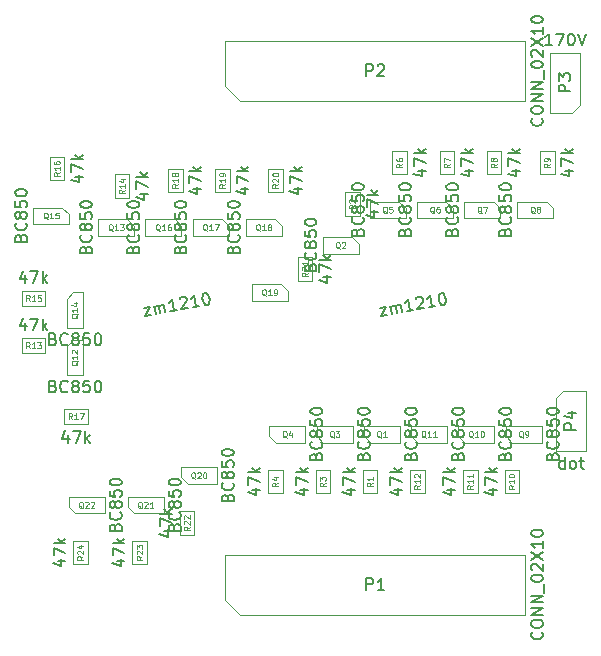
<source format=gbr>
G04 #@! TF.FileFunction,Other,Fab,Top*
%FSLAX46Y46*%
G04 Gerber Fmt 4.6, Leading zero omitted, Abs format (unit mm)*
G04 Created by KiCad (PCBNEW 4.0.4-stable) date 11/20/17 14:55:23*
%MOMM*%
%LPD*%
G01*
G04 APERTURE LIST*
%ADD10C,0.100000*%
%ADD11C,0.150000*%
%ADD12C,0.075000*%
G04 APERTURE END LIST*
D10*
X137365000Y-105330000D02*
X139270000Y-105330000D01*
X139270000Y-105330000D02*
X139270000Y-110410000D01*
X139270000Y-110410000D02*
X136730000Y-110410000D01*
X136730000Y-110410000D02*
X136730000Y-105965000D01*
X136730000Y-105965000D02*
X137365000Y-105330000D01*
X108730000Y-123000000D02*
X108730000Y-119190000D01*
X108730000Y-119190000D02*
X134130000Y-119190000D01*
X134130000Y-119190000D02*
X134130000Y-124270000D01*
X134130000Y-124270000D02*
X110000000Y-124270000D01*
X110000000Y-124270000D02*
X108730000Y-123000000D01*
X108730000Y-79500000D02*
X108730000Y-75690000D01*
X108730000Y-75690000D02*
X134130000Y-75690000D01*
X134130000Y-75690000D02*
X134130000Y-80770000D01*
X134130000Y-80770000D02*
X110000000Y-80770000D01*
X110000000Y-80770000D02*
X108730000Y-79500000D01*
X121050000Y-109700000D02*
X123500000Y-109700000D01*
X120480000Y-109150000D02*
X120480000Y-108300000D01*
X121050000Y-109700000D02*
X120480000Y-109150000D01*
X120480000Y-108300000D02*
X123520000Y-108300000D01*
X123520000Y-109700000D02*
X123520000Y-108300000D01*
X119450000Y-92300000D02*
X117000000Y-92300000D01*
X120020000Y-92850000D02*
X120020000Y-93700000D01*
X119450000Y-92300000D02*
X120020000Y-92850000D01*
X120020000Y-93700000D02*
X116980000Y-93700000D01*
X116980000Y-92300000D02*
X116980000Y-93700000D01*
X117050000Y-109700000D02*
X119500000Y-109700000D01*
X116480000Y-109150000D02*
X116480000Y-108300000D01*
X117050000Y-109700000D02*
X116480000Y-109150000D01*
X116480000Y-108300000D02*
X119520000Y-108300000D01*
X119520000Y-109700000D02*
X119520000Y-108300000D01*
X113050000Y-109700000D02*
X115500000Y-109700000D01*
X112480000Y-109150000D02*
X112480000Y-108300000D01*
X113050000Y-109700000D02*
X112480000Y-109150000D01*
X112480000Y-108300000D02*
X115520000Y-108300000D01*
X115520000Y-109700000D02*
X115520000Y-108300000D01*
X123450000Y-89300000D02*
X121000000Y-89300000D01*
X124020000Y-89850000D02*
X124020000Y-90700000D01*
X123450000Y-89300000D02*
X124020000Y-89850000D01*
X124020000Y-90700000D02*
X120980000Y-90700000D01*
X120980000Y-89300000D02*
X120980000Y-90700000D01*
X127450000Y-89300000D02*
X125000000Y-89300000D01*
X128020000Y-89850000D02*
X128020000Y-90700000D01*
X127450000Y-89300000D02*
X128020000Y-89850000D01*
X128020000Y-90700000D02*
X124980000Y-90700000D01*
X124980000Y-89300000D02*
X124980000Y-90700000D01*
X131450000Y-89300000D02*
X129000000Y-89300000D01*
X132020000Y-89850000D02*
X132020000Y-90700000D01*
X131450000Y-89300000D02*
X132020000Y-89850000D01*
X132020000Y-90700000D02*
X128980000Y-90700000D01*
X128980000Y-89300000D02*
X128980000Y-90700000D01*
X135950000Y-89300000D02*
X133500000Y-89300000D01*
X136520000Y-89850000D02*
X136520000Y-90700000D01*
X135950000Y-89300000D02*
X136520000Y-89850000D01*
X136520000Y-90700000D02*
X133480000Y-90700000D01*
X133480000Y-89300000D02*
X133480000Y-90700000D01*
X133050000Y-109700000D02*
X135500000Y-109700000D01*
X132480000Y-109150000D02*
X132480000Y-108300000D01*
X133050000Y-109700000D02*
X132480000Y-109150000D01*
X132480000Y-108300000D02*
X135520000Y-108300000D01*
X135520000Y-109700000D02*
X135520000Y-108300000D01*
X129050000Y-109700000D02*
X131500000Y-109700000D01*
X128480000Y-109150000D02*
X128480000Y-108300000D01*
X129050000Y-109700000D02*
X128480000Y-109150000D01*
X128480000Y-108300000D02*
X131520000Y-108300000D01*
X131520000Y-109700000D02*
X131520000Y-108300000D01*
X125050000Y-109700000D02*
X127500000Y-109700000D01*
X124480000Y-109150000D02*
X124480000Y-108300000D01*
X125050000Y-109700000D02*
X124480000Y-109150000D01*
X124480000Y-108300000D02*
X127520000Y-108300000D01*
X127520000Y-109700000D02*
X127520000Y-108300000D01*
X95300000Y-101550000D02*
X95300000Y-104000000D01*
X95850000Y-100980000D02*
X96700000Y-100980000D01*
X95300000Y-101550000D02*
X95850000Y-100980000D01*
X96700000Y-100980000D02*
X96700000Y-104020000D01*
X95300000Y-104020000D02*
X96700000Y-104020000D01*
X100450000Y-90800000D02*
X98000000Y-90800000D01*
X101020000Y-91350000D02*
X101020000Y-92200000D01*
X100450000Y-90800000D02*
X101020000Y-91350000D01*
X101020000Y-92200000D02*
X97980000Y-92200000D01*
X97980000Y-90800000D02*
X97980000Y-92200000D01*
X95300000Y-97550000D02*
X95300000Y-100000000D01*
X95850000Y-96980000D02*
X96700000Y-96980000D01*
X95300000Y-97550000D02*
X95850000Y-96980000D01*
X96700000Y-96980000D02*
X96700000Y-100020000D01*
X95300000Y-100020000D02*
X96700000Y-100020000D01*
X94950000Y-89800000D02*
X92500000Y-89800000D01*
X95520000Y-90350000D02*
X95520000Y-91200000D01*
X94950000Y-89800000D02*
X95520000Y-90350000D01*
X95520000Y-91200000D02*
X92480000Y-91200000D01*
X92480000Y-89800000D02*
X92480000Y-91200000D01*
X104450000Y-90800000D02*
X102000000Y-90800000D01*
X105020000Y-91350000D02*
X105020000Y-92200000D01*
X104450000Y-90800000D02*
X105020000Y-91350000D01*
X105020000Y-92200000D02*
X101980000Y-92200000D01*
X101980000Y-90800000D02*
X101980000Y-92200000D01*
X108450000Y-90800000D02*
X106000000Y-90800000D01*
X109020000Y-91350000D02*
X109020000Y-92200000D01*
X108450000Y-90800000D02*
X109020000Y-91350000D01*
X109020000Y-92200000D02*
X105980000Y-92200000D01*
X105980000Y-90800000D02*
X105980000Y-92200000D01*
X112950000Y-90800000D02*
X110500000Y-90800000D01*
X113520000Y-91350000D02*
X113520000Y-92200000D01*
X112950000Y-90800000D02*
X113520000Y-91350000D01*
X113520000Y-92200000D02*
X110480000Y-92200000D01*
X110480000Y-90800000D02*
X110480000Y-92200000D01*
X113450000Y-96300000D02*
X111000000Y-96300000D01*
X114020000Y-96850000D02*
X114020000Y-97700000D01*
X113450000Y-96300000D02*
X114020000Y-96850000D01*
X114020000Y-97700000D02*
X110980000Y-97700000D01*
X110980000Y-96300000D02*
X110980000Y-97700000D01*
X105550000Y-113200000D02*
X108000000Y-113200000D01*
X104980000Y-112650000D02*
X104980000Y-111800000D01*
X105550000Y-113200000D02*
X104980000Y-112650000D01*
X104980000Y-111800000D02*
X108020000Y-111800000D01*
X108020000Y-113200000D02*
X108020000Y-111800000D01*
X101050000Y-115700000D02*
X103500000Y-115700000D01*
X100480000Y-115150000D02*
X100480000Y-114300000D01*
X101050000Y-115700000D02*
X100480000Y-115150000D01*
X100480000Y-114300000D02*
X103520000Y-114300000D01*
X103520000Y-115700000D02*
X103520000Y-114300000D01*
X96050000Y-115700000D02*
X98500000Y-115700000D01*
X95480000Y-115150000D02*
X95480000Y-114300000D01*
X96050000Y-115700000D02*
X95480000Y-115150000D01*
X95480000Y-114300000D02*
X98520000Y-114300000D01*
X98520000Y-115700000D02*
X98520000Y-114300000D01*
X120380000Y-112000000D02*
X121620000Y-112000000D01*
X120380000Y-114000000D02*
X120380000Y-112000000D01*
X121620000Y-114000000D02*
X120380000Y-114000000D01*
X121620000Y-112000000D02*
X121620000Y-114000000D01*
X112380000Y-112000000D02*
X113620000Y-112000000D01*
X112380000Y-114000000D02*
X112380000Y-112000000D01*
X113620000Y-114000000D02*
X112380000Y-114000000D01*
X113620000Y-112000000D02*
X113620000Y-114000000D01*
X124120000Y-87000000D02*
X122880000Y-87000000D01*
X124120000Y-85000000D02*
X124120000Y-87000000D01*
X122880000Y-85000000D02*
X124120000Y-85000000D01*
X122880000Y-87000000D02*
X122880000Y-85000000D01*
X128120000Y-87000000D02*
X126880000Y-87000000D01*
X128120000Y-85000000D02*
X128120000Y-87000000D01*
X126880000Y-85000000D02*
X128120000Y-85000000D01*
X126880000Y-87000000D02*
X126880000Y-85000000D01*
X132120000Y-87000000D02*
X130880000Y-87000000D01*
X132120000Y-85000000D02*
X132120000Y-87000000D01*
X130880000Y-85000000D02*
X132120000Y-85000000D01*
X130880000Y-87000000D02*
X130880000Y-85000000D01*
X136620000Y-87000000D02*
X135380000Y-87000000D01*
X136620000Y-85000000D02*
X136620000Y-87000000D01*
X135380000Y-85000000D02*
X136620000Y-85000000D01*
X135380000Y-87000000D02*
X135380000Y-85000000D01*
X132380000Y-112000000D02*
X133620000Y-112000000D01*
X132380000Y-114000000D02*
X132380000Y-112000000D01*
X133620000Y-114000000D02*
X132380000Y-114000000D01*
X133620000Y-112000000D02*
X133620000Y-114000000D01*
X128880000Y-112000000D02*
X130120000Y-112000000D01*
X128880000Y-114000000D02*
X128880000Y-112000000D01*
X130120000Y-114000000D02*
X128880000Y-114000000D01*
X130120000Y-112000000D02*
X130120000Y-114000000D01*
X124380000Y-112000000D02*
X125620000Y-112000000D01*
X124380000Y-114000000D02*
X124380000Y-112000000D01*
X125620000Y-114000000D02*
X124380000Y-114000000D01*
X125620000Y-112000000D02*
X125620000Y-114000000D01*
X120120000Y-90500000D02*
X118880000Y-90500000D01*
X120120000Y-88500000D02*
X120120000Y-90500000D01*
X118880000Y-88500000D02*
X120120000Y-88500000D01*
X118880000Y-90500000D02*
X118880000Y-88500000D01*
X116380000Y-112000000D02*
X117620000Y-112000000D01*
X116380000Y-114000000D02*
X116380000Y-112000000D01*
X117620000Y-114000000D02*
X116380000Y-114000000D01*
X117620000Y-112000000D02*
X117620000Y-114000000D01*
X93500000Y-100880000D02*
X93500000Y-102120000D01*
X91500000Y-100880000D02*
X93500000Y-100880000D01*
X91500000Y-102120000D02*
X91500000Y-100880000D01*
X93500000Y-102120000D02*
X91500000Y-102120000D01*
X100620000Y-89000000D02*
X99380000Y-89000000D01*
X100620000Y-87000000D02*
X100620000Y-89000000D01*
X99380000Y-87000000D02*
X100620000Y-87000000D01*
X99380000Y-89000000D02*
X99380000Y-87000000D01*
X93500000Y-96880000D02*
X93500000Y-98120000D01*
X91500000Y-96880000D02*
X93500000Y-96880000D01*
X91500000Y-98120000D02*
X91500000Y-96880000D01*
X93500000Y-98120000D02*
X91500000Y-98120000D01*
X95120000Y-87500000D02*
X93880000Y-87500000D01*
X95120000Y-85500000D02*
X95120000Y-87500000D01*
X93880000Y-85500000D02*
X95120000Y-85500000D01*
X93880000Y-87500000D02*
X93880000Y-85500000D01*
X95100000Y-108120000D02*
X95100000Y-106880000D01*
X97100000Y-108120000D02*
X95100000Y-108120000D01*
X97100000Y-106880000D02*
X97100000Y-108120000D01*
X95100000Y-106880000D02*
X97100000Y-106880000D01*
X105120000Y-88500000D02*
X103880000Y-88500000D01*
X105120000Y-86500000D02*
X105120000Y-88500000D01*
X103880000Y-86500000D02*
X105120000Y-86500000D01*
X103880000Y-88500000D02*
X103880000Y-86500000D01*
X109120000Y-88500000D02*
X107880000Y-88500000D01*
X109120000Y-86500000D02*
X109120000Y-88500000D01*
X107880000Y-86500000D02*
X109120000Y-86500000D01*
X107880000Y-88500000D02*
X107880000Y-86500000D01*
X113620000Y-88500000D02*
X112380000Y-88500000D01*
X113620000Y-86500000D02*
X113620000Y-88500000D01*
X112380000Y-86500000D02*
X113620000Y-86500000D01*
X112380000Y-88500000D02*
X112380000Y-86500000D01*
X116120000Y-96000000D02*
X114880000Y-96000000D01*
X116120000Y-94000000D02*
X116120000Y-96000000D01*
X114880000Y-94000000D02*
X116120000Y-94000000D01*
X114880000Y-96000000D02*
X114880000Y-94000000D01*
X104880000Y-115500000D02*
X106120000Y-115500000D01*
X104880000Y-117500000D02*
X104880000Y-115500000D01*
X106120000Y-117500000D02*
X104880000Y-117500000D01*
X106120000Y-115500000D02*
X106120000Y-117500000D01*
X100880000Y-118000000D02*
X102120000Y-118000000D01*
X100880000Y-120000000D02*
X100880000Y-118000000D01*
X102120000Y-120000000D02*
X100880000Y-120000000D01*
X102120000Y-118000000D02*
X102120000Y-120000000D01*
X95880000Y-118000000D02*
X97120000Y-118000000D01*
X95880000Y-120000000D02*
X95880000Y-118000000D01*
X97120000Y-120000000D02*
X95880000Y-120000000D01*
X97120000Y-118000000D02*
X97120000Y-120000000D01*
X138135000Y-81770000D02*
X136230000Y-81770000D01*
X136230000Y-81770000D02*
X136230000Y-76690000D01*
X136230000Y-76690000D02*
X138770000Y-76690000D01*
X138770000Y-76690000D02*
X138770000Y-81135000D01*
X138770000Y-81135000D02*
X138135000Y-81770000D01*
D11*
X121825205Y-98311357D02*
X122341057Y-98220398D01*
X121940971Y-98967895D01*
X122456823Y-98876937D01*
X122831987Y-98810785D02*
X122716222Y-98154246D01*
X122732760Y-98248037D02*
X122771386Y-98192873D01*
X122856909Y-98129439D01*
X122997596Y-98104632D01*
X123099656Y-98134990D01*
X123163090Y-98220512D01*
X123254048Y-98736364D01*
X123163090Y-98220512D02*
X123193447Y-98118452D01*
X123278970Y-98055019D01*
X123419656Y-98030212D01*
X123521716Y-98060570D01*
X123585150Y-98146092D01*
X123676109Y-98661944D01*
X124660916Y-98488296D02*
X124098169Y-98587523D01*
X124379542Y-98537910D02*
X124205894Y-97553102D01*
X124136910Y-97710326D01*
X124059656Y-97820655D01*
X123974134Y-97884089D01*
X124878970Y-97531127D02*
X124917597Y-97475963D01*
X125003119Y-97412529D01*
X125237598Y-97371184D01*
X125339658Y-97401542D01*
X125394823Y-97440169D01*
X125458256Y-97525691D01*
X125474794Y-97619482D01*
X125452705Y-97768438D01*
X124989185Y-98430413D01*
X125598828Y-98322916D01*
X126536741Y-98157537D02*
X125973993Y-98256765D01*
X126255366Y-98207151D02*
X126081718Y-97222343D01*
X126012734Y-97379568D01*
X125935481Y-97489897D01*
X125849959Y-97553330D01*
X126972735Y-97065233D02*
X127066527Y-97048695D01*
X127168587Y-97079053D01*
X127223751Y-97117679D01*
X127287185Y-97203201D01*
X127367156Y-97382515D01*
X127408501Y-97616993D01*
X127394681Y-97812845D01*
X127364324Y-97914905D01*
X127325697Y-97970069D01*
X127240175Y-98033503D01*
X127146383Y-98050041D01*
X127044323Y-98019683D01*
X126989158Y-97981057D01*
X126925725Y-97895534D01*
X126845754Y-97716221D01*
X126804409Y-97481742D01*
X126818228Y-97285891D01*
X126848586Y-97183831D01*
X126887213Y-97128667D01*
X126972735Y-97065233D01*
X101825205Y-98311357D02*
X102341057Y-98220398D01*
X101940971Y-98967895D01*
X102456823Y-98876937D01*
X102831987Y-98810785D02*
X102716222Y-98154246D01*
X102732760Y-98248037D02*
X102771386Y-98192873D01*
X102856909Y-98129439D01*
X102997596Y-98104632D01*
X103099656Y-98134990D01*
X103163090Y-98220512D01*
X103254048Y-98736364D01*
X103163090Y-98220512D02*
X103193447Y-98118452D01*
X103278970Y-98055019D01*
X103419656Y-98030212D01*
X103521716Y-98060570D01*
X103585150Y-98146092D01*
X103676109Y-98661944D01*
X104660916Y-98488296D02*
X104098169Y-98587523D01*
X104379542Y-98537910D02*
X104205894Y-97553102D01*
X104136910Y-97710326D01*
X104059656Y-97820655D01*
X103974134Y-97884089D01*
X104878970Y-97531127D02*
X104917597Y-97475963D01*
X105003119Y-97412529D01*
X105237598Y-97371184D01*
X105339658Y-97401542D01*
X105394823Y-97440169D01*
X105458256Y-97525691D01*
X105474794Y-97619482D01*
X105452705Y-97768438D01*
X104989185Y-98430413D01*
X105598828Y-98322916D01*
X106536741Y-98157537D02*
X105973993Y-98256765D01*
X106255366Y-98207151D02*
X106081718Y-97222343D01*
X106012734Y-97379568D01*
X105935481Y-97489897D01*
X105849959Y-97553330D01*
X106972735Y-97065233D02*
X107066527Y-97048695D01*
X107168587Y-97079053D01*
X107223751Y-97117679D01*
X107287185Y-97203201D01*
X107367156Y-97382515D01*
X107408501Y-97616993D01*
X107394681Y-97812845D01*
X107364324Y-97914905D01*
X107325697Y-97970069D01*
X107240175Y-98033503D01*
X107146383Y-98050041D01*
X107044323Y-98019683D01*
X106989158Y-97981057D01*
X106925725Y-97895534D01*
X106845754Y-97716221D01*
X106804409Y-97481742D01*
X106818228Y-97285891D01*
X106848586Y-97183831D01*
X106887213Y-97128667D01*
X106972735Y-97065233D01*
X137476191Y-111922381D02*
X137476191Y-110922381D01*
X137476191Y-111874762D02*
X137380953Y-111922381D01*
X137190476Y-111922381D01*
X137095238Y-111874762D01*
X137047619Y-111827143D01*
X137000000Y-111731905D01*
X137000000Y-111446190D01*
X137047619Y-111350952D01*
X137095238Y-111303333D01*
X137190476Y-111255714D01*
X137380953Y-111255714D01*
X137476191Y-111303333D01*
X138095238Y-111922381D02*
X138000000Y-111874762D01*
X137952381Y-111827143D01*
X137904762Y-111731905D01*
X137904762Y-111446190D01*
X137952381Y-111350952D01*
X138000000Y-111303333D01*
X138095238Y-111255714D01*
X138238096Y-111255714D01*
X138333334Y-111303333D01*
X138380953Y-111350952D01*
X138428572Y-111446190D01*
X138428572Y-111731905D01*
X138380953Y-111827143D01*
X138333334Y-111874762D01*
X138238096Y-111922381D01*
X138095238Y-111922381D01*
X138714286Y-111255714D02*
X139095238Y-111255714D01*
X138857143Y-110922381D02*
X138857143Y-111779524D01*
X138904762Y-111874762D01*
X139000000Y-111922381D01*
X139095238Y-111922381D01*
X138452381Y-108608095D02*
X137452381Y-108608095D01*
X137452381Y-108227142D01*
X137500000Y-108131904D01*
X137547619Y-108084285D01*
X137642857Y-108036666D01*
X137785714Y-108036666D01*
X137880952Y-108084285D01*
X137928571Y-108131904D01*
X137976190Y-108227142D01*
X137976190Y-108608095D01*
X137785714Y-107179523D02*
X138452381Y-107179523D01*
X137404762Y-107417619D02*
X138119048Y-107655714D01*
X138119048Y-107036666D01*
X135547143Y-125753809D02*
X135594762Y-125801428D01*
X135642381Y-125944285D01*
X135642381Y-126039523D01*
X135594762Y-126182381D01*
X135499524Y-126277619D01*
X135404286Y-126325238D01*
X135213810Y-126372857D01*
X135070952Y-126372857D01*
X134880476Y-126325238D01*
X134785238Y-126277619D01*
X134690000Y-126182381D01*
X134642381Y-126039523D01*
X134642381Y-125944285D01*
X134690000Y-125801428D01*
X134737619Y-125753809D01*
X134642381Y-125134762D02*
X134642381Y-124944285D01*
X134690000Y-124849047D01*
X134785238Y-124753809D01*
X134975714Y-124706190D01*
X135309048Y-124706190D01*
X135499524Y-124753809D01*
X135594762Y-124849047D01*
X135642381Y-124944285D01*
X135642381Y-125134762D01*
X135594762Y-125230000D01*
X135499524Y-125325238D01*
X135309048Y-125372857D01*
X134975714Y-125372857D01*
X134785238Y-125325238D01*
X134690000Y-125230000D01*
X134642381Y-125134762D01*
X135642381Y-124277619D02*
X134642381Y-124277619D01*
X135642381Y-123706190D01*
X134642381Y-123706190D01*
X135642381Y-123230000D02*
X134642381Y-123230000D01*
X135642381Y-122658571D01*
X134642381Y-122658571D01*
X135737619Y-122420476D02*
X135737619Y-121658571D01*
X134642381Y-121230000D02*
X134642381Y-121134761D01*
X134690000Y-121039523D01*
X134737619Y-120991904D01*
X134832857Y-120944285D01*
X135023333Y-120896666D01*
X135261429Y-120896666D01*
X135451905Y-120944285D01*
X135547143Y-120991904D01*
X135594762Y-121039523D01*
X135642381Y-121134761D01*
X135642381Y-121230000D01*
X135594762Y-121325238D01*
X135547143Y-121372857D01*
X135451905Y-121420476D01*
X135261429Y-121468095D01*
X135023333Y-121468095D01*
X134832857Y-121420476D01*
X134737619Y-121372857D01*
X134690000Y-121325238D01*
X134642381Y-121230000D01*
X134737619Y-120515714D02*
X134690000Y-120468095D01*
X134642381Y-120372857D01*
X134642381Y-120134761D01*
X134690000Y-120039523D01*
X134737619Y-119991904D01*
X134832857Y-119944285D01*
X134928095Y-119944285D01*
X135070952Y-119991904D01*
X135642381Y-120563333D01*
X135642381Y-119944285D01*
X134642381Y-119610952D02*
X135642381Y-118944285D01*
X134642381Y-118944285D02*
X135642381Y-119610952D01*
X135642381Y-118039523D02*
X135642381Y-118610952D01*
X135642381Y-118325238D02*
X134642381Y-118325238D01*
X134785238Y-118420476D01*
X134880476Y-118515714D01*
X134928095Y-118610952D01*
X134642381Y-117420476D02*
X134642381Y-117325237D01*
X134690000Y-117229999D01*
X134737619Y-117182380D01*
X134832857Y-117134761D01*
X135023333Y-117087142D01*
X135261429Y-117087142D01*
X135451905Y-117134761D01*
X135547143Y-117182380D01*
X135594762Y-117229999D01*
X135642381Y-117325237D01*
X135642381Y-117420476D01*
X135594762Y-117515714D01*
X135547143Y-117563333D01*
X135451905Y-117610952D01*
X135261429Y-117658571D01*
X135023333Y-117658571D01*
X134832857Y-117610952D01*
X134737619Y-117563333D01*
X134690000Y-117515714D01*
X134642381Y-117420476D01*
X120691905Y-122182381D02*
X120691905Y-121182381D01*
X121072858Y-121182381D01*
X121168096Y-121230000D01*
X121215715Y-121277619D01*
X121263334Y-121372857D01*
X121263334Y-121515714D01*
X121215715Y-121610952D01*
X121168096Y-121658571D01*
X121072858Y-121706190D01*
X120691905Y-121706190D01*
X122215715Y-122182381D02*
X121644286Y-122182381D01*
X121930000Y-122182381D02*
X121930000Y-121182381D01*
X121834762Y-121325238D01*
X121739524Y-121420476D01*
X121644286Y-121468095D01*
X135547143Y-82253809D02*
X135594762Y-82301428D01*
X135642381Y-82444285D01*
X135642381Y-82539523D01*
X135594762Y-82682381D01*
X135499524Y-82777619D01*
X135404286Y-82825238D01*
X135213810Y-82872857D01*
X135070952Y-82872857D01*
X134880476Y-82825238D01*
X134785238Y-82777619D01*
X134690000Y-82682381D01*
X134642381Y-82539523D01*
X134642381Y-82444285D01*
X134690000Y-82301428D01*
X134737619Y-82253809D01*
X134642381Y-81634762D02*
X134642381Y-81444285D01*
X134690000Y-81349047D01*
X134785238Y-81253809D01*
X134975714Y-81206190D01*
X135309048Y-81206190D01*
X135499524Y-81253809D01*
X135594762Y-81349047D01*
X135642381Y-81444285D01*
X135642381Y-81634762D01*
X135594762Y-81730000D01*
X135499524Y-81825238D01*
X135309048Y-81872857D01*
X134975714Y-81872857D01*
X134785238Y-81825238D01*
X134690000Y-81730000D01*
X134642381Y-81634762D01*
X135642381Y-80777619D02*
X134642381Y-80777619D01*
X135642381Y-80206190D01*
X134642381Y-80206190D01*
X135642381Y-79730000D02*
X134642381Y-79730000D01*
X135642381Y-79158571D01*
X134642381Y-79158571D01*
X135737619Y-78920476D02*
X135737619Y-78158571D01*
X134642381Y-77730000D02*
X134642381Y-77634761D01*
X134690000Y-77539523D01*
X134737619Y-77491904D01*
X134832857Y-77444285D01*
X135023333Y-77396666D01*
X135261429Y-77396666D01*
X135451905Y-77444285D01*
X135547143Y-77491904D01*
X135594762Y-77539523D01*
X135642381Y-77634761D01*
X135642381Y-77730000D01*
X135594762Y-77825238D01*
X135547143Y-77872857D01*
X135451905Y-77920476D01*
X135261429Y-77968095D01*
X135023333Y-77968095D01*
X134832857Y-77920476D01*
X134737619Y-77872857D01*
X134690000Y-77825238D01*
X134642381Y-77730000D01*
X134737619Y-77015714D02*
X134690000Y-76968095D01*
X134642381Y-76872857D01*
X134642381Y-76634761D01*
X134690000Y-76539523D01*
X134737619Y-76491904D01*
X134832857Y-76444285D01*
X134928095Y-76444285D01*
X135070952Y-76491904D01*
X135642381Y-77063333D01*
X135642381Y-76444285D01*
X134642381Y-76110952D02*
X135642381Y-75444285D01*
X134642381Y-75444285D02*
X135642381Y-76110952D01*
X135642381Y-74539523D02*
X135642381Y-75110952D01*
X135642381Y-74825238D02*
X134642381Y-74825238D01*
X134785238Y-74920476D01*
X134880476Y-75015714D01*
X134928095Y-75110952D01*
X134642381Y-73920476D02*
X134642381Y-73825237D01*
X134690000Y-73729999D01*
X134737619Y-73682380D01*
X134832857Y-73634761D01*
X135023333Y-73587142D01*
X135261429Y-73587142D01*
X135451905Y-73634761D01*
X135547143Y-73682380D01*
X135594762Y-73729999D01*
X135642381Y-73825237D01*
X135642381Y-73920476D01*
X135594762Y-74015714D01*
X135547143Y-74063333D01*
X135451905Y-74110952D01*
X135261429Y-74158571D01*
X135023333Y-74158571D01*
X134832857Y-74110952D01*
X134737619Y-74063333D01*
X134690000Y-74015714D01*
X134642381Y-73920476D01*
X120691905Y-78682381D02*
X120691905Y-77682381D01*
X121072858Y-77682381D01*
X121168096Y-77730000D01*
X121215715Y-77777619D01*
X121263334Y-77872857D01*
X121263334Y-78015714D01*
X121215715Y-78110952D01*
X121168096Y-78158571D01*
X121072858Y-78206190D01*
X120691905Y-78206190D01*
X121644286Y-77777619D02*
X121691905Y-77730000D01*
X121787143Y-77682381D01*
X122025239Y-77682381D01*
X122120477Y-77730000D01*
X122168096Y-77777619D01*
X122215715Y-77872857D01*
X122215715Y-77968095D01*
X122168096Y-78110952D01*
X121596667Y-78682381D01*
X122215715Y-78682381D01*
X124428571Y-110857142D02*
X124476190Y-110714285D01*
X124523810Y-110666666D01*
X124619048Y-110619047D01*
X124761905Y-110619047D01*
X124857143Y-110666666D01*
X124904762Y-110714285D01*
X124952381Y-110809523D01*
X124952381Y-111190476D01*
X123952381Y-111190476D01*
X123952381Y-110857142D01*
X124000000Y-110761904D01*
X124047619Y-110714285D01*
X124142857Y-110666666D01*
X124238095Y-110666666D01*
X124333333Y-110714285D01*
X124380952Y-110761904D01*
X124428571Y-110857142D01*
X124428571Y-111190476D01*
X124857143Y-109619047D02*
X124904762Y-109666666D01*
X124952381Y-109809523D01*
X124952381Y-109904761D01*
X124904762Y-110047619D01*
X124809524Y-110142857D01*
X124714286Y-110190476D01*
X124523810Y-110238095D01*
X124380952Y-110238095D01*
X124190476Y-110190476D01*
X124095238Y-110142857D01*
X124000000Y-110047619D01*
X123952381Y-109904761D01*
X123952381Y-109809523D01*
X124000000Y-109666666D01*
X124047619Y-109619047D01*
X124380952Y-109047619D02*
X124333333Y-109142857D01*
X124285714Y-109190476D01*
X124190476Y-109238095D01*
X124142857Y-109238095D01*
X124047619Y-109190476D01*
X124000000Y-109142857D01*
X123952381Y-109047619D01*
X123952381Y-108857142D01*
X124000000Y-108761904D01*
X124047619Y-108714285D01*
X124142857Y-108666666D01*
X124190476Y-108666666D01*
X124285714Y-108714285D01*
X124333333Y-108761904D01*
X124380952Y-108857142D01*
X124380952Y-109047619D01*
X124428571Y-109142857D01*
X124476190Y-109190476D01*
X124571429Y-109238095D01*
X124761905Y-109238095D01*
X124857143Y-109190476D01*
X124904762Y-109142857D01*
X124952381Y-109047619D01*
X124952381Y-108857142D01*
X124904762Y-108761904D01*
X124857143Y-108714285D01*
X124761905Y-108666666D01*
X124571429Y-108666666D01*
X124476190Y-108714285D01*
X124428571Y-108761904D01*
X124380952Y-108857142D01*
X123952381Y-107761904D02*
X123952381Y-108238095D01*
X124428571Y-108285714D01*
X124380952Y-108238095D01*
X124333333Y-108142857D01*
X124333333Y-107904761D01*
X124380952Y-107809523D01*
X124428571Y-107761904D01*
X124523810Y-107714285D01*
X124761905Y-107714285D01*
X124857143Y-107761904D01*
X124904762Y-107809523D01*
X124952381Y-107904761D01*
X124952381Y-108142857D01*
X124904762Y-108238095D01*
X124857143Y-108285714D01*
X123952381Y-107095238D02*
X123952381Y-106999999D01*
X124000000Y-106904761D01*
X124047619Y-106857142D01*
X124142857Y-106809523D01*
X124333333Y-106761904D01*
X124571429Y-106761904D01*
X124761905Y-106809523D01*
X124857143Y-106857142D01*
X124904762Y-106904761D01*
X124952381Y-106999999D01*
X124952381Y-107095238D01*
X124904762Y-107190476D01*
X124857143Y-107238095D01*
X124761905Y-107285714D01*
X124571429Y-107333333D01*
X124333333Y-107333333D01*
X124142857Y-107285714D01*
X124047619Y-107238095D01*
X124000000Y-107190476D01*
X123952381Y-107095238D01*
D12*
X121952381Y-109273810D02*
X121904762Y-109250000D01*
X121857143Y-109202381D01*
X121785714Y-109130952D01*
X121738095Y-109107143D01*
X121690476Y-109107143D01*
X121714286Y-109226190D02*
X121666667Y-109202381D01*
X121619048Y-109154762D01*
X121595238Y-109059524D01*
X121595238Y-108892857D01*
X121619048Y-108797619D01*
X121666667Y-108750000D01*
X121714286Y-108726190D01*
X121809524Y-108726190D01*
X121857143Y-108750000D01*
X121904762Y-108797619D01*
X121928571Y-108892857D01*
X121928571Y-109059524D01*
X121904762Y-109154762D01*
X121857143Y-109202381D01*
X121809524Y-109226190D01*
X121714286Y-109226190D01*
X122404762Y-109226190D02*
X122119048Y-109226190D01*
X122261905Y-109226190D02*
X122261905Y-108726190D01*
X122214286Y-108797619D01*
X122166667Y-108845238D01*
X122119048Y-108869048D01*
D11*
X115928571Y-94857142D02*
X115976190Y-94714285D01*
X116023810Y-94666666D01*
X116119048Y-94619047D01*
X116261905Y-94619047D01*
X116357143Y-94666666D01*
X116404762Y-94714285D01*
X116452381Y-94809523D01*
X116452381Y-95190476D01*
X115452381Y-95190476D01*
X115452381Y-94857142D01*
X115500000Y-94761904D01*
X115547619Y-94714285D01*
X115642857Y-94666666D01*
X115738095Y-94666666D01*
X115833333Y-94714285D01*
X115880952Y-94761904D01*
X115928571Y-94857142D01*
X115928571Y-95190476D01*
X116357143Y-93619047D02*
X116404762Y-93666666D01*
X116452381Y-93809523D01*
X116452381Y-93904761D01*
X116404762Y-94047619D01*
X116309524Y-94142857D01*
X116214286Y-94190476D01*
X116023810Y-94238095D01*
X115880952Y-94238095D01*
X115690476Y-94190476D01*
X115595238Y-94142857D01*
X115500000Y-94047619D01*
X115452381Y-93904761D01*
X115452381Y-93809523D01*
X115500000Y-93666666D01*
X115547619Y-93619047D01*
X115880952Y-93047619D02*
X115833333Y-93142857D01*
X115785714Y-93190476D01*
X115690476Y-93238095D01*
X115642857Y-93238095D01*
X115547619Y-93190476D01*
X115500000Y-93142857D01*
X115452381Y-93047619D01*
X115452381Y-92857142D01*
X115500000Y-92761904D01*
X115547619Y-92714285D01*
X115642857Y-92666666D01*
X115690476Y-92666666D01*
X115785714Y-92714285D01*
X115833333Y-92761904D01*
X115880952Y-92857142D01*
X115880952Y-93047619D01*
X115928571Y-93142857D01*
X115976190Y-93190476D01*
X116071429Y-93238095D01*
X116261905Y-93238095D01*
X116357143Y-93190476D01*
X116404762Y-93142857D01*
X116452381Y-93047619D01*
X116452381Y-92857142D01*
X116404762Y-92761904D01*
X116357143Y-92714285D01*
X116261905Y-92666666D01*
X116071429Y-92666666D01*
X115976190Y-92714285D01*
X115928571Y-92761904D01*
X115880952Y-92857142D01*
X115452381Y-91761904D02*
X115452381Y-92238095D01*
X115928571Y-92285714D01*
X115880952Y-92238095D01*
X115833333Y-92142857D01*
X115833333Y-91904761D01*
X115880952Y-91809523D01*
X115928571Y-91761904D01*
X116023810Y-91714285D01*
X116261905Y-91714285D01*
X116357143Y-91761904D01*
X116404762Y-91809523D01*
X116452381Y-91904761D01*
X116452381Y-92142857D01*
X116404762Y-92238095D01*
X116357143Y-92285714D01*
X115452381Y-91095238D02*
X115452381Y-90999999D01*
X115500000Y-90904761D01*
X115547619Y-90857142D01*
X115642857Y-90809523D01*
X115833333Y-90761904D01*
X116071429Y-90761904D01*
X116261905Y-90809523D01*
X116357143Y-90857142D01*
X116404762Y-90904761D01*
X116452381Y-90999999D01*
X116452381Y-91095238D01*
X116404762Y-91190476D01*
X116357143Y-91238095D01*
X116261905Y-91285714D01*
X116071429Y-91333333D01*
X115833333Y-91333333D01*
X115642857Y-91285714D01*
X115547619Y-91238095D01*
X115500000Y-91190476D01*
X115452381Y-91095238D01*
D12*
X118452381Y-93273810D02*
X118404762Y-93250000D01*
X118357143Y-93202381D01*
X118285714Y-93130952D01*
X118238095Y-93107143D01*
X118190476Y-93107143D01*
X118214286Y-93226190D02*
X118166667Y-93202381D01*
X118119048Y-93154762D01*
X118095238Y-93059524D01*
X118095238Y-92892857D01*
X118119048Y-92797619D01*
X118166667Y-92750000D01*
X118214286Y-92726190D01*
X118309524Y-92726190D01*
X118357143Y-92750000D01*
X118404762Y-92797619D01*
X118428571Y-92892857D01*
X118428571Y-93059524D01*
X118404762Y-93154762D01*
X118357143Y-93202381D01*
X118309524Y-93226190D01*
X118214286Y-93226190D01*
X118619048Y-92773810D02*
X118642858Y-92750000D01*
X118690477Y-92726190D01*
X118809524Y-92726190D01*
X118857143Y-92750000D01*
X118880953Y-92773810D01*
X118904762Y-92821429D01*
X118904762Y-92869048D01*
X118880953Y-92940476D01*
X118595239Y-93226190D01*
X118904762Y-93226190D01*
D11*
X120428571Y-110857142D02*
X120476190Y-110714285D01*
X120523810Y-110666666D01*
X120619048Y-110619047D01*
X120761905Y-110619047D01*
X120857143Y-110666666D01*
X120904762Y-110714285D01*
X120952381Y-110809523D01*
X120952381Y-111190476D01*
X119952381Y-111190476D01*
X119952381Y-110857142D01*
X120000000Y-110761904D01*
X120047619Y-110714285D01*
X120142857Y-110666666D01*
X120238095Y-110666666D01*
X120333333Y-110714285D01*
X120380952Y-110761904D01*
X120428571Y-110857142D01*
X120428571Y-111190476D01*
X120857143Y-109619047D02*
X120904762Y-109666666D01*
X120952381Y-109809523D01*
X120952381Y-109904761D01*
X120904762Y-110047619D01*
X120809524Y-110142857D01*
X120714286Y-110190476D01*
X120523810Y-110238095D01*
X120380952Y-110238095D01*
X120190476Y-110190476D01*
X120095238Y-110142857D01*
X120000000Y-110047619D01*
X119952381Y-109904761D01*
X119952381Y-109809523D01*
X120000000Y-109666666D01*
X120047619Y-109619047D01*
X120380952Y-109047619D02*
X120333333Y-109142857D01*
X120285714Y-109190476D01*
X120190476Y-109238095D01*
X120142857Y-109238095D01*
X120047619Y-109190476D01*
X120000000Y-109142857D01*
X119952381Y-109047619D01*
X119952381Y-108857142D01*
X120000000Y-108761904D01*
X120047619Y-108714285D01*
X120142857Y-108666666D01*
X120190476Y-108666666D01*
X120285714Y-108714285D01*
X120333333Y-108761904D01*
X120380952Y-108857142D01*
X120380952Y-109047619D01*
X120428571Y-109142857D01*
X120476190Y-109190476D01*
X120571429Y-109238095D01*
X120761905Y-109238095D01*
X120857143Y-109190476D01*
X120904762Y-109142857D01*
X120952381Y-109047619D01*
X120952381Y-108857142D01*
X120904762Y-108761904D01*
X120857143Y-108714285D01*
X120761905Y-108666666D01*
X120571429Y-108666666D01*
X120476190Y-108714285D01*
X120428571Y-108761904D01*
X120380952Y-108857142D01*
X119952381Y-107761904D02*
X119952381Y-108238095D01*
X120428571Y-108285714D01*
X120380952Y-108238095D01*
X120333333Y-108142857D01*
X120333333Y-107904761D01*
X120380952Y-107809523D01*
X120428571Y-107761904D01*
X120523810Y-107714285D01*
X120761905Y-107714285D01*
X120857143Y-107761904D01*
X120904762Y-107809523D01*
X120952381Y-107904761D01*
X120952381Y-108142857D01*
X120904762Y-108238095D01*
X120857143Y-108285714D01*
X119952381Y-107095238D02*
X119952381Y-106999999D01*
X120000000Y-106904761D01*
X120047619Y-106857142D01*
X120142857Y-106809523D01*
X120333333Y-106761904D01*
X120571429Y-106761904D01*
X120761905Y-106809523D01*
X120857143Y-106857142D01*
X120904762Y-106904761D01*
X120952381Y-106999999D01*
X120952381Y-107095238D01*
X120904762Y-107190476D01*
X120857143Y-107238095D01*
X120761905Y-107285714D01*
X120571429Y-107333333D01*
X120333333Y-107333333D01*
X120142857Y-107285714D01*
X120047619Y-107238095D01*
X120000000Y-107190476D01*
X119952381Y-107095238D01*
D12*
X117952381Y-109273810D02*
X117904762Y-109250000D01*
X117857143Y-109202381D01*
X117785714Y-109130952D01*
X117738095Y-109107143D01*
X117690476Y-109107143D01*
X117714286Y-109226190D02*
X117666667Y-109202381D01*
X117619048Y-109154762D01*
X117595238Y-109059524D01*
X117595238Y-108892857D01*
X117619048Y-108797619D01*
X117666667Y-108750000D01*
X117714286Y-108726190D01*
X117809524Y-108726190D01*
X117857143Y-108750000D01*
X117904762Y-108797619D01*
X117928571Y-108892857D01*
X117928571Y-109059524D01*
X117904762Y-109154762D01*
X117857143Y-109202381D01*
X117809524Y-109226190D01*
X117714286Y-109226190D01*
X118095239Y-108726190D02*
X118404762Y-108726190D01*
X118238096Y-108916667D01*
X118309524Y-108916667D01*
X118357143Y-108940476D01*
X118380953Y-108964286D01*
X118404762Y-109011905D01*
X118404762Y-109130952D01*
X118380953Y-109178571D01*
X118357143Y-109202381D01*
X118309524Y-109226190D01*
X118166667Y-109226190D01*
X118119048Y-109202381D01*
X118095239Y-109178571D01*
D11*
X116428571Y-110857142D02*
X116476190Y-110714285D01*
X116523810Y-110666666D01*
X116619048Y-110619047D01*
X116761905Y-110619047D01*
X116857143Y-110666666D01*
X116904762Y-110714285D01*
X116952381Y-110809523D01*
X116952381Y-111190476D01*
X115952381Y-111190476D01*
X115952381Y-110857142D01*
X116000000Y-110761904D01*
X116047619Y-110714285D01*
X116142857Y-110666666D01*
X116238095Y-110666666D01*
X116333333Y-110714285D01*
X116380952Y-110761904D01*
X116428571Y-110857142D01*
X116428571Y-111190476D01*
X116857143Y-109619047D02*
X116904762Y-109666666D01*
X116952381Y-109809523D01*
X116952381Y-109904761D01*
X116904762Y-110047619D01*
X116809524Y-110142857D01*
X116714286Y-110190476D01*
X116523810Y-110238095D01*
X116380952Y-110238095D01*
X116190476Y-110190476D01*
X116095238Y-110142857D01*
X116000000Y-110047619D01*
X115952381Y-109904761D01*
X115952381Y-109809523D01*
X116000000Y-109666666D01*
X116047619Y-109619047D01*
X116380952Y-109047619D02*
X116333333Y-109142857D01*
X116285714Y-109190476D01*
X116190476Y-109238095D01*
X116142857Y-109238095D01*
X116047619Y-109190476D01*
X116000000Y-109142857D01*
X115952381Y-109047619D01*
X115952381Y-108857142D01*
X116000000Y-108761904D01*
X116047619Y-108714285D01*
X116142857Y-108666666D01*
X116190476Y-108666666D01*
X116285714Y-108714285D01*
X116333333Y-108761904D01*
X116380952Y-108857142D01*
X116380952Y-109047619D01*
X116428571Y-109142857D01*
X116476190Y-109190476D01*
X116571429Y-109238095D01*
X116761905Y-109238095D01*
X116857143Y-109190476D01*
X116904762Y-109142857D01*
X116952381Y-109047619D01*
X116952381Y-108857142D01*
X116904762Y-108761904D01*
X116857143Y-108714285D01*
X116761905Y-108666666D01*
X116571429Y-108666666D01*
X116476190Y-108714285D01*
X116428571Y-108761904D01*
X116380952Y-108857142D01*
X115952381Y-107761904D02*
X115952381Y-108238095D01*
X116428571Y-108285714D01*
X116380952Y-108238095D01*
X116333333Y-108142857D01*
X116333333Y-107904761D01*
X116380952Y-107809523D01*
X116428571Y-107761904D01*
X116523810Y-107714285D01*
X116761905Y-107714285D01*
X116857143Y-107761904D01*
X116904762Y-107809523D01*
X116952381Y-107904761D01*
X116952381Y-108142857D01*
X116904762Y-108238095D01*
X116857143Y-108285714D01*
X115952381Y-107095238D02*
X115952381Y-106999999D01*
X116000000Y-106904761D01*
X116047619Y-106857142D01*
X116142857Y-106809523D01*
X116333333Y-106761904D01*
X116571429Y-106761904D01*
X116761905Y-106809523D01*
X116857143Y-106857142D01*
X116904762Y-106904761D01*
X116952381Y-106999999D01*
X116952381Y-107095238D01*
X116904762Y-107190476D01*
X116857143Y-107238095D01*
X116761905Y-107285714D01*
X116571429Y-107333333D01*
X116333333Y-107333333D01*
X116142857Y-107285714D01*
X116047619Y-107238095D01*
X116000000Y-107190476D01*
X115952381Y-107095238D01*
D12*
X113952381Y-109273810D02*
X113904762Y-109250000D01*
X113857143Y-109202381D01*
X113785714Y-109130952D01*
X113738095Y-109107143D01*
X113690476Y-109107143D01*
X113714286Y-109226190D02*
X113666667Y-109202381D01*
X113619048Y-109154762D01*
X113595238Y-109059524D01*
X113595238Y-108892857D01*
X113619048Y-108797619D01*
X113666667Y-108750000D01*
X113714286Y-108726190D01*
X113809524Y-108726190D01*
X113857143Y-108750000D01*
X113904762Y-108797619D01*
X113928571Y-108892857D01*
X113928571Y-109059524D01*
X113904762Y-109154762D01*
X113857143Y-109202381D01*
X113809524Y-109226190D01*
X113714286Y-109226190D01*
X114357143Y-108892857D02*
X114357143Y-109226190D01*
X114238096Y-108702381D02*
X114119048Y-109059524D01*
X114428572Y-109059524D01*
D11*
X119928571Y-91857142D02*
X119976190Y-91714285D01*
X120023810Y-91666666D01*
X120119048Y-91619047D01*
X120261905Y-91619047D01*
X120357143Y-91666666D01*
X120404762Y-91714285D01*
X120452381Y-91809523D01*
X120452381Y-92190476D01*
X119452381Y-92190476D01*
X119452381Y-91857142D01*
X119500000Y-91761904D01*
X119547619Y-91714285D01*
X119642857Y-91666666D01*
X119738095Y-91666666D01*
X119833333Y-91714285D01*
X119880952Y-91761904D01*
X119928571Y-91857142D01*
X119928571Y-92190476D01*
X120357143Y-90619047D02*
X120404762Y-90666666D01*
X120452381Y-90809523D01*
X120452381Y-90904761D01*
X120404762Y-91047619D01*
X120309524Y-91142857D01*
X120214286Y-91190476D01*
X120023810Y-91238095D01*
X119880952Y-91238095D01*
X119690476Y-91190476D01*
X119595238Y-91142857D01*
X119500000Y-91047619D01*
X119452381Y-90904761D01*
X119452381Y-90809523D01*
X119500000Y-90666666D01*
X119547619Y-90619047D01*
X119880952Y-90047619D02*
X119833333Y-90142857D01*
X119785714Y-90190476D01*
X119690476Y-90238095D01*
X119642857Y-90238095D01*
X119547619Y-90190476D01*
X119500000Y-90142857D01*
X119452381Y-90047619D01*
X119452381Y-89857142D01*
X119500000Y-89761904D01*
X119547619Y-89714285D01*
X119642857Y-89666666D01*
X119690476Y-89666666D01*
X119785714Y-89714285D01*
X119833333Y-89761904D01*
X119880952Y-89857142D01*
X119880952Y-90047619D01*
X119928571Y-90142857D01*
X119976190Y-90190476D01*
X120071429Y-90238095D01*
X120261905Y-90238095D01*
X120357143Y-90190476D01*
X120404762Y-90142857D01*
X120452381Y-90047619D01*
X120452381Y-89857142D01*
X120404762Y-89761904D01*
X120357143Y-89714285D01*
X120261905Y-89666666D01*
X120071429Y-89666666D01*
X119976190Y-89714285D01*
X119928571Y-89761904D01*
X119880952Y-89857142D01*
X119452381Y-88761904D02*
X119452381Y-89238095D01*
X119928571Y-89285714D01*
X119880952Y-89238095D01*
X119833333Y-89142857D01*
X119833333Y-88904761D01*
X119880952Y-88809523D01*
X119928571Y-88761904D01*
X120023810Y-88714285D01*
X120261905Y-88714285D01*
X120357143Y-88761904D01*
X120404762Y-88809523D01*
X120452381Y-88904761D01*
X120452381Y-89142857D01*
X120404762Y-89238095D01*
X120357143Y-89285714D01*
X119452381Y-88095238D02*
X119452381Y-87999999D01*
X119500000Y-87904761D01*
X119547619Y-87857142D01*
X119642857Y-87809523D01*
X119833333Y-87761904D01*
X120071429Y-87761904D01*
X120261905Y-87809523D01*
X120357143Y-87857142D01*
X120404762Y-87904761D01*
X120452381Y-87999999D01*
X120452381Y-88095238D01*
X120404762Y-88190476D01*
X120357143Y-88238095D01*
X120261905Y-88285714D01*
X120071429Y-88333333D01*
X119833333Y-88333333D01*
X119642857Y-88285714D01*
X119547619Y-88238095D01*
X119500000Y-88190476D01*
X119452381Y-88095238D01*
D12*
X122452381Y-90273810D02*
X122404762Y-90250000D01*
X122357143Y-90202381D01*
X122285714Y-90130952D01*
X122238095Y-90107143D01*
X122190476Y-90107143D01*
X122214286Y-90226190D02*
X122166667Y-90202381D01*
X122119048Y-90154762D01*
X122095238Y-90059524D01*
X122095238Y-89892857D01*
X122119048Y-89797619D01*
X122166667Y-89750000D01*
X122214286Y-89726190D01*
X122309524Y-89726190D01*
X122357143Y-89750000D01*
X122404762Y-89797619D01*
X122428571Y-89892857D01*
X122428571Y-90059524D01*
X122404762Y-90154762D01*
X122357143Y-90202381D01*
X122309524Y-90226190D01*
X122214286Y-90226190D01*
X122880953Y-89726190D02*
X122642858Y-89726190D01*
X122619048Y-89964286D01*
X122642858Y-89940476D01*
X122690477Y-89916667D01*
X122809524Y-89916667D01*
X122857143Y-89940476D01*
X122880953Y-89964286D01*
X122904762Y-90011905D01*
X122904762Y-90130952D01*
X122880953Y-90178571D01*
X122857143Y-90202381D01*
X122809524Y-90226190D01*
X122690477Y-90226190D01*
X122642858Y-90202381D01*
X122619048Y-90178571D01*
D11*
X123928571Y-91857142D02*
X123976190Y-91714285D01*
X124023810Y-91666666D01*
X124119048Y-91619047D01*
X124261905Y-91619047D01*
X124357143Y-91666666D01*
X124404762Y-91714285D01*
X124452381Y-91809523D01*
X124452381Y-92190476D01*
X123452381Y-92190476D01*
X123452381Y-91857142D01*
X123500000Y-91761904D01*
X123547619Y-91714285D01*
X123642857Y-91666666D01*
X123738095Y-91666666D01*
X123833333Y-91714285D01*
X123880952Y-91761904D01*
X123928571Y-91857142D01*
X123928571Y-92190476D01*
X124357143Y-90619047D02*
X124404762Y-90666666D01*
X124452381Y-90809523D01*
X124452381Y-90904761D01*
X124404762Y-91047619D01*
X124309524Y-91142857D01*
X124214286Y-91190476D01*
X124023810Y-91238095D01*
X123880952Y-91238095D01*
X123690476Y-91190476D01*
X123595238Y-91142857D01*
X123500000Y-91047619D01*
X123452381Y-90904761D01*
X123452381Y-90809523D01*
X123500000Y-90666666D01*
X123547619Y-90619047D01*
X123880952Y-90047619D02*
X123833333Y-90142857D01*
X123785714Y-90190476D01*
X123690476Y-90238095D01*
X123642857Y-90238095D01*
X123547619Y-90190476D01*
X123500000Y-90142857D01*
X123452381Y-90047619D01*
X123452381Y-89857142D01*
X123500000Y-89761904D01*
X123547619Y-89714285D01*
X123642857Y-89666666D01*
X123690476Y-89666666D01*
X123785714Y-89714285D01*
X123833333Y-89761904D01*
X123880952Y-89857142D01*
X123880952Y-90047619D01*
X123928571Y-90142857D01*
X123976190Y-90190476D01*
X124071429Y-90238095D01*
X124261905Y-90238095D01*
X124357143Y-90190476D01*
X124404762Y-90142857D01*
X124452381Y-90047619D01*
X124452381Y-89857142D01*
X124404762Y-89761904D01*
X124357143Y-89714285D01*
X124261905Y-89666666D01*
X124071429Y-89666666D01*
X123976190Y-89714285D01*
X123928571Y-89761904D01*
X123880952Y-89857142D01*
X123452381Y-88761904D02*
X123452381Y-89238095D01*
X123928571Y-89285714D01*
X123880952Y-89238095D01*
X123833333Y-89142857D01*
X123833333Y-88904761D01*
X123880952Y-88809523D01*
X123928571Y-88761904D01*
X124023810Y-88714285D01*
X124261905Y-88714285D01*
X124357143Y-88761904D01*
X124404762Y-88809523D01*
X124452381Y-88904761D01*
X124452381Y-89142857D01*
X124404762Y-89238095D01*
X124357143Y-89285714D01*
X123452381Y-88095238D02*
X123452381Y-87999999D01*
X123500000Y-87904761D01*
X123547619Y-87857142D01*
X123642857Y-87809523D01*
X123833333Y-87761904D01*
X124071429Y-87761904D01*
X124261905Y-87809523D01*
X124357143Y-87857142D01*
X124404762Y-87904761D01*
X124452381Y-87999999D01*
X124452381Y-88095238D01*
X124404762Y-88190476D01*
X124357143Y-88238095D01*
X124261905Y-88285714D01*
X124071429Y-88333333D01*
X123833333Y-88333333D01*
X123642857Y-88285714D01*
X123547619Y-88238095D01*
X123500000Y-88190476D01*
X123452381Y-88095238D01*
D12*
X126452381Y-90273810D02*
X126404762Y-90250000D01*
X126357143Y-90202381D01*
X126285714Y-90130952D01*
X126238095Y-90107143D01*
X126190476Y-90107143D01*
X126214286Y-90226190D02*
X126166667Y-90202381D01*
X126119048Y-90154762D01*
X126095238Y-90059524D01*
X126095238Y-89892857D01*
X126119048Y-89797619D01*
X126166667Y-89750000D01*
X126214286Y-89726190D01*
X126309524Y-89726190D01*
X126357143Y-89750000D01*
X126404762Y-89797619D01*
X126428571Y-89892857D01*
X126428571Y-90059524D01*
X126404762Y-90154762D01*
X126357143Y-90202381D01*
X126309524Y-90226190D01*
X126214286Y-90226190D01*
X126857143Y-89726190D02*
X126761905Y-89726190D01*
X126714286Y-89750000D01*
X126690477Y-89773810D01*
X126642858Y-89845238D01*
X126619048Y-89940476D01*
X126619048Y-90130952D01*
X126642858Y-90178571D01*
X126666667Y-90202381D01*
X126714286Y-90226190D01*
X126809524Y-90226190D01*
X126857143Y-90202381D01*
X126880953Y-90178571D01*
X126904762Y-90130952D01*
X126904762Y-90011905D01*
X126880953Y-89964286D01*
X126857143Y-89940476D01*
X126809524Y-89916667D01*
X126714286Y-89916667D01*
X126666667Y-89940476D01*
X126642858Y-89964286D01*
X126619048Y-90011905D01*
D11*
X127928571Y-91857142D02*
X127976190Y-91714285D01*
X128023810Y-91666666D01*
X128119048Y-91619047D01*
X128261905Y-91619047D01*
X128357143Y-91666666D01*
X128404762Y-91714285D01*
X128452381Y-91809523D01*
X128452381Y-92190476D01*
X127452381Y-92190476D01*
X127452381Y-91857142D01*
X127500000Y-91761904D01*
X127547619Y-91714285D01*
X127642857Y-91666666D01*
X127738095Y-91666666D01*
X127833333Y-91714285D01*
X127880952Y-91761904D01*
X127928571Y-91857142D01*
X127928571Y-92190476D01*
X128357143Y-90619047D02*
X128404762Y-90666666D01*
X128452381Y-90809523D01*
X128452381Y-90904761D01*
X128404762Y-91047619D01*
X128309524Y-91142857D01*
X128214286Y-91190476D01*
X128023810Y-91238095D01*
X127880952Y-91238095D01*
X127690476Y-91190476D01*
X127595238Y-91142857D01*
X127500000Y-91047619D01*
X127452381Y-90904761D01*
X127452381Y-90809523D01*
X127500000Y-90666666D01*
X127547619Y-90619047D01*
X127880952Y-90047619D02*
X127833333Y-90142857D01*
X127785714Y-90190476D01*
X127690476Y-90238095D01*
X127642857Y-90238095D01*
X127547619Y-90190476D01*
X127500000Y-90142857D01*
X127452381Y-90047619D01*
X127452381Y-89857142D01*
X127500000Y-89761904D01*
X127547619Y-89714285D01*
X127642857Y-89666666D01*
X127690476Y-89666666D01*
X127785714Y-89714285D01*
X127833333Y-89761904D01*
X127880952Y-89857142D01*
X127880952Y-90047619D01*
X127928571Y-90142857D01*
X127976190Y-90190476D01*
X128071429Y-90238095D01*
X128261905Y-90238095D01*
X128357143Y-90190476D01*
X128404762Y-90142857D01*
X128452381Y-90047619D01*
X128452381Y-89857142D01*
X128404762Y-89761904D01*
X128357143Y-89714285D01*
X128261905Y-89666666D01*
X128071429Y-89666666D01*
X127976190Y-89714285D01*
X127928571Y-89761904D01*
X127880952Y-89857142D01*
X127452381Y-88761904D02*
X127452381Y-89238095D01*
X127928571Y-89285714D01*
X127880952Y-89238095D01*
X127833333Y-89142857D01*
X127833333Y-88904761D01*
X127880952Y-88809523D01*
X127928571Y-88761904D01*
X128023810Y-88714285D01*
X128261905Y-88714285D01*
X128357143Y-88761904D01*
X128404762Y-88809523D01*
X128452381Y-88904761D01*
X128452381Y-89142857D01*
X128404762Y-89238095D01*
X128357143Y-89285714D01*
X127452381Y-88095238D02*
X127452381Y-87999999D01*
X127500000Y-87904761D01*
X127547619Y-87857142D01*
X127642857Y-87809523D01*
X127833333Y-87761904D01*
X128071429Y-87761904D01*
X128261905Y-87809523D01*
X128357143Y-87857142D01*
X128404762Y-87904761D01*
X128452381Y-87999999D01*
X128452381Y-88095238D01*
X128404762Y-88190476D01*
X128357143Y-88238095D01*
X128261905Y-88285714D01*
X128071429Y-88333333D01*
X127833333Y-88333333D01*
X127642857Y-88285714D01*
X127547619Y-88238095D01*
X127500000Y-88190476D01*
X127452381Y-88095238D01*
D12*
X130452381Y-90273810D02*
X130404762Y-90250000D01*
X130357143Y-90202381D01*
X130285714Y-90130952D01*
X130238095Y-90107143D01*
X130190476Y-90107143D01*
X130214286Y-90226190D02*
X130166667Y-90202381D01*
X130119048Y-90154762D01*
X130095238Y-90059524D01*
X130095238Y-89892857D01*
X130119048Y-89797619D01*
X130166667Y-89750000D01*
X130214286Y-89726190D01*
X130309524Y-89726190D01*
X130357143Y-89750000D01*
X130404762Y-89797619D01*
X130428571Y-89892857D01*
X130428571Y-90059524D01*
X130404762Y-90154762D01*
X130357143Y-90202381D01*
X130309524Y-90226190D01*
X130214286Y-90226190D01*
X130595239Y-89726190D02*
X130928572Y-89726190D01*
X130714286Y-90226190D01*
D11*
X132428571Y-91857142D02*
X132476190Y-91714285D01*
X132523810Y-91666666D01*
X132619048Y-91619047D01*
X132761905Y-91619047D01*
X132857143Y-91666666D01*
X132904762Y-91714285D01*
X132952381Y-91809523D01*
X132952381Y-92190476D01*
X131952381Y-92190476D01*
X131952381Y-91857142D01*
X132000000Y-91761904D01*
X132047619Y-91714285D01*
X132142857Y-91666666D01*
X132238095Y-91666666D01*
X132333333Y-91714285D01*
X132380952Y-91761904D01*
X132428571Y-91857142D01*
X132428571Y-92190476D01*
X132857143Y-90619047D02*
X132904762Y-90666666D01*
X132952381Y-90809523D01*
X132952381Y-90904761D01*
X132904762Y-91047619D01*
X132809524Y-91142857D01*
X132714286Y-91190476D01*
X132523810Y-91238095D01*
X132380952Y-91238095D01*
X132190476Y-91190476D01*
X132095238Y-91142857D01*
X132000000Y-91047619D01*
X131952381Y-90904761D01*
X131952381Y-90809523D01*
X132000000Y-90666666D01*
X132047619Y-90619047D01*
X132380952Y-90047619D02*
X132333333Y-90142857D01*
X132285714Y-90190476D01*
X132190476Y-90238095D01*
X132142857Y-90238095D01*
X132047619Y-90190476D01*
X132000000Y-90142857D01*
X131952381Y-90047619D01*
X131952381Y-89857142D01*
X132000000Y-89761904D01*
X132047619Y-89714285D01*
X132142857Y-89666666D01*
X132190476Y-89666666D01*
X132285714Y-89714285D01*
X132333333Y-89761904D01*
X132380952Y-89857142D01*
X132380952Y-90047619D01*
X132428571Y-90142857D01*
X132476190Y-90190476D01*
X132571429Y-90238095D01*
X132761905Y-90238095D01*
X132857143Y-90190476D01*
X132904762Y-90142857D01*
X132952381Y-90047619D01*
X132952381Y-89857142D01*
X132904762Y-89761904D01*
X132857143Y-89714285D01*
X132761905Y-89666666D01*
X132571429Y-89666666D01*
X132476190Y-89714285D01*
X132428571Y-89761904D01*
X132380952Y-89857142D01*
X131952381Y-88761904D02*
X131952381Y-89238095D01*
X132428571Y-89285714D01*
X132380952Y-89238095D01*
X132333333Y-89142857D01*
X132333333Y-88904761D01*
X132380952Y-88809523D01*
X132428571Y-88761904D01*
X132523810Y-88714285D01*
X132761905Y-88714285D01*
X132857143Y-88761904D01*
X132904762Y-88809523D01*
X132952381Y-88904761D01*
X132952381Y-89142857D01*
X132904762Y-89238095D01*
X132857143Y-89285714D01*
X131952381Y-88095238D02*
X131952381Y-87999999D01*
X132000000Y-87904761D01*
X132047619Y-87857142D01*
X132142857Y-87809523D01*
X132333333Y-87761904D01*
X132571429Y-87761904D01*
X132761905Y-87809523D01*
X132857143Y-87857142D01*
X132904762Y-87904761D01*
X132952381Y-87999999D01*
X132952381Y-88095238D01*
X132904762Y-88190476D01*
X132857143Y-88238095D01*
X132761905Y-88285714D01*
X132571429Y-88333333D01*
X132333333Y-88333333D01*
X132142857Y-88285714D01*
X132047619Y-88238095D01*
X132000000Y-88190476D01*
X131952381Y-88095238D01*
D12*
X134952381Y-90273810D02*
X134904762Y-90250000D01*
X134857143Y-90202381D01*
X134785714Y-90130952D01*
X134738095Y-90107143D01*
X134690476Y-90107143D01*
X134714286Y-90226190D02*
X134666667Y-90202381D01*
X134619048Y-90154762D01*
X134595238Y-90059524D01*
X134595238Y-89892857D01*
X134619048Y-89797619D01*
X134666667Y-89750000D01*
X134714286Y-89726190D01*
X134809524Y-89726190D01*
X134857143Y-89750000D01*
X134904762Y-89797619D01*
X134928571Y-89892857D01*
X134928571Y-90059524D01*
X134904762Y-90154762D01*
X134857143Y-90202381D01*
X134809524Y-90226190D01*
X134714286Y-90226190D01*
X135214286Y-89940476D02*
X135166667Y-89916667D01*
X135142858Y-89892857D01*
X135119048Y-89845238D01*
X135119048Y-89821429D01*
X135142858Y-89773810D01*
X135166667Y-89750000D01*
X135214286Y-89726190D01*
X135309524Y-89726190D01*
X135357143Y-89750000D01*
X135380953Y-89773810D01*
X135404762Y-89821429D01*
X135404762Y-89845238D01*
X135380953Y-89892857D01*
X135357143Y-89916667D01*
X135309524Y-89940476D01*
X135214286Y-89940476D01*
X135166667Y-89964286D01*
X135142858Y-89988095D01*
X135119048Y-90035714D01*
X135119048Y-90130952D01*
X135142858Y-90178571D01*
X135166667Y-90202381D01*
X135214286Y-90226190D01*
X135309524Y-90226190D01*
X135357143Y-90202381D01*
X135380953Y-90178571D01*
X135404762Y-90130952D01*
X135404762Y-90035714D01*
X135380953Y-89988095D01*
X135357143Y-89964286D01*
X135309524Y-89940476D01*
D11*
X136428571Y-110857142D02*
X136476190Y-110714285D01*
X136523810Y-110666666D01*
X136619048Y-110619047D01*
X136761905Y-110619047D01*
X136857143Y-110666666D01*
X136904762Y-110714285D01*
X136952381Y-110809523D01*
X136952381Y-111190476D01*
X135952381Y-111190476D01*
X135952381Y-110857142D01*
X136000000Y-110761904D01*
X136047619Y-110714285D01*
X136142857Y-110666666D01*
X136238095Y-110666666D01*
X136333333Y-110714285D01*
X136380952Y-110761904D01*
X136428571Y-110857142D01*
X136428571Y-111190476D01*
X136857143Y-109619047D02*
X136904762Y-109666666D01*
X136952381Y-109809523D01*
X136952381Y-109904761D01*
X136904762Y-110047619D01*
X136809524Y-110142857D01*
X136714286Y-110190476D01*
X136523810Y-110238095D01*
X136380952Y-110238095D01*
X136190476Y-110190476D01*
X136095238Y-110142857D01*
X136000000Y-110047619D01*
X135952381Y-109904761D01*
X135952381Y-109809523D01*
X136000000Y-109666666D01*
X136047619Y-109619047D01*
X136380952Y-109047619D02*
X136333333Y-109142857D01*
X136285714Y-109190476D01*
X136190476Y-109238095D01*
X136142857Y-109238095D01*
X136047619Y-109190476D01*
X136000000Y-109142857D01*
X135952381Y-109047619D01*
X135952381Y-108857142D01*
X136000000Y-108761904D01*
X136047619Y-108714285D01*
X136142857Y-108666666D01*
X136190476Y-108666666D01*
X136285714Y-108714285D01*
X136333333Y-108761904D01*
X136380952Y-108857142D01*
X136380952Y-109047619D01*
X136428571Y-109142857D01*
X136476190Y-109190476D01*
X136571429Y-109238095D01*
X136761905Y-109238095D01*
X136857143Y-109190476D01*
X136904762Y-109142857D01*
X136952381Y-109047619D01*
X136952381Y-108857142D01*
X136904762Y-108761904D01*
X136857143Y-108714285D01*
X136761905Y-108666666D01*
X136571429Y-108666666D01*
X136476190Y-108714285D01*
X136428571Y-108761904D01*
X136380952Y-108857142D01*
X135952381Y-107761904D02*
X135952381Y-108238095D01*
X136428571Y-108285714D01*
X136380952Y-108238095D01*
X136333333Y-108142857D01*
X136333333Y-107904761D01*
X136380952Y-107809523D01*
X136428571Y-107761904D01*
X136523810Y-107714285D01*
X136761905Y-107714285D01*
X136857143Y-107761904D01*
X136904762Y-107809523D01*
X136952381Y-107904761D01*
X136952381Y-108142857D01*
X136904762Y-108238095D01*
X136857143Y-108285714D01*
X135952381Y-107095238D02*
X135952381Y-106999999D01*
X136000000Y-106904761D01*
X136047619Y-106857142D01*
X136142857Y-106809523D01*
X136333333Y-106761904D01*
X136571429Y-106761904D01*
X136761905Y-106809523D01*
X136857143Y-106857142D01*
X136904762Y-106904761D01*
X136952381Y-106999999D01*
X136952381Y-107095238D01*
X136904762Y-107190476D01*
X136857143Y-107238095D01*
X136761905Y-107285714D01*
X136571429Y-107333333D01*
X136333333Y-107333333D01*
X136142857Y-107285714D01*
X136047619Y-107238095D01*
X136000000Y-107190476D01*
X135952381Y-107095238D01*
D12*
X133952381Y-109273810D02*
X133904762Y-109250000D01*
X133857143Y-109202381D01*
X133785714Y-109130952D01*
X133738095Y-109107143D01*
X133690476Y-109107143D01*
X133714286Y-109226190D02*
X133666667Y-109202381D01*
X133619048Y-109154762D01*
X133595238Y-109059524D01*
X133595238Y-108892857D01*
X133619048Y-108797619D01*
X133666667Y-108750000D01*
X133714286Y-108726190D01*
X133809524Y-108726190D01*
X133857143Y-108750000D01*
X133904762Y-108797619D01*
X133928571Y-108892857D01*
X133928571Y-109059524D01*
X133904762Y-109154762D01*
X133857143Y-109202381D01*
X133809524Y-109226190D01*
X133714286Y-109226190D01*
X134166667Y-109226190D02*
X134261905Y-109226190D01*
X134309524Y-109202381D01*
X134333334Y-109178571D01*
X134380953Y-109107143D01*
X134404762Y-109011905D01*
X134404762Y-108821429D01*
X134380953Y-108773810D01*
X134357143Y-108750000D01*
X134309524Y-108726190D01*
X134214286Y-108726190D01*
X134166667Y-108750000D01*
X134142858Y-108773810D01*
X134119048Y-108821429D01*
X134119048Y-108940476D01*
X134142858Y-108988095D01*
X134166667Y-109011905D01*
X134214286Y-109035714D01*
X134309524Y-109035714D01*
X134357143Y-109011905D01*
X134380953Y-108988095D01*
X134404762Y-108940476D01*
D11*
X132428571Y-110857142D02*
X132476190Y-110714285D01*
X132523810Y-110666666D01*
X132619048Y-110619047D01*
X132761905Y-110619047D01*
X132857143Y-110666666D01*
X132904762Y-110714285D01*
X132952381Y-110809523D01*
X132952381Y-111190476D01*
X131952381Y-111190476D01*
X131952381Y-110857142D01*
X132000000Y-110761904D01*
X132047619Y-110714285D01*
X132142857Y-110666666D01*
X132238095Y-110666666D01*
X132333333Y-110714285D01*
X132380952Y-110761904D01*
X132428571Y-110857142D01*
X132428571Y-111190476D01*
X132857143Y-109619047D02*
X132904762Y-109666666D01*
X132952381Y-109809523D01*
X132952381Y-109904761D01*
X132904762Y-110047619D01*
X132809524Y-110142857D01*
X132714286Y-110190476D01*
X132523810Y-110238095D01*
X132380952Y-110238095D01*
X132190476Y-110190476D01*
X132095238Y-110142857D01*
X132000000Y-110047619D01*
X131952381Y-109904761D01*
X131952381Y-109809523D01*
X132000000Y-109666666D01*
X132047619Y-109619047D01*
X132380952Y-109047619D02*
X132333333Y-109142857D01*
X132285714Y-109190476D01*
X132190476Y-109238095D01*
X132142857Y-109238095D01*
X132047619Y-109190476D01*
X132000000Y-109142857D01*
X131952381Y-109047619D01*
X131952381Y-108857142D01*
X132000000Y-108761904D01*
X132047619Y-108714285D01*
X132142857Y-108666666D01*
X132190476Y-108666666D01*
X132285714Y-108714285D01*
X132333333Y-108761904D01*
X132380952Y-108857142D01*
X132380952Y-109047619D01*
X132428571Y-109142857D01*
X132476190Y-109190476D01*
X132571429Y-109238095D01*
X132761905Y-109238095D01*
X132857143Y-109190476D01*
X132904762Y-109142857D01*
X132952381Y-109047619D01*
X132952381Y-108857142D01*
X132904762Y-108761904D01*
X132857143Y-108714285D01*
X132761905Y-108666666D01*
X132571429Y-108666666D01*
X132476190Y-108714285D01*
X132428571Y-108761904D01*
X132380952Y-108857142D01*
X131952381Y-107761904D02*
X131952381Y-108238095D01*
X132428571Y-108285714D01*
X132380952Y-108238095D01*
X132333333Y-108142857D01*
X132333333Y-107904761D01*
X132380952Y-107809523D01*
X132428571Y-107761904D01*
X132523810Y-107714285D01*
X132761905Y-107714285D01*
X132857143Y-107761904D01*
X132904762Y-107809523D01*
X132952381Y-107904761D01*
X132952381Y-108142857D01*
X132904762Y-108238095D01*
X132857143Y-108285714D01*
X131952381Y-107095238D02*
X131952381Y-106999999D01*
X132000000Y-106904761D01*
X132047619Y-106857142D01*
X132142857Y-106809523D01*
X132333333Y-106761904D01*
X132571429Y-106761904D01*
X132761905Y-106809523D01*
X132857143Y-106857142D01*
X132904762Y-106904761D01*
X132952381Y-106999999D01*
X132952381Y-107095238D01*
X132904762Y-107190476D01*
X132857143Y-107238095D01*
X132761905Y-107285714D01*
X132571429Y-107333333D01*
X132333333Y-107333333D01*
X132142857Y-107285714D01*
X132047619Y-107238095D01*
X132000000Y-107190476D01*
X131952381Y-107095238D01*
D12*
X129714286Y-109273810D02*
X129666667Y-109250000D01*
X129619048Y-109202381D01*
X129547619Y-109130952D01*
X129500000Y-109107143D01*
X129452381Y-109107143D01*
X129476191Y-109226190D02*
X129428572Y-109202381D01*
X129380953Y-109154762D01*
X129357143Y-109059524D01*
X129357143Y-108892857D01*
X129380953Y-108797619D01*
X129428572Y-108750000D01*
X129476191Y-108726190D01*
X129571429Y-108726190D01*
X129619048Y-108750000D01*
X129666667Y-108797619D01*
X129690476Y-108892857D01*
X129690476Y-109059524D01*
X129666667Y-109154762D01*
X129619048Y-109202381D01*
X129571429Y-109226190D01*
X129476191Y-109226190D01*
X130166667Y-109226190D02*
X129880953Y-109226190D01*
X130023810Y-109226190D02*
X130023810Y-108726190D01*
X129976191Y-108797619D01*
X129928572Y-108845238D01*
X129880953Y-108869048D01*
X130476191Y-108726190D02*
X130523810Y-108726190D01*
X130571429Y-108750000D01*
X130595238Y-108773810D01*
X130619048Y-108821429D01*
X130642857Y-108916667D01*
X130642857Y-109035714D01*
X130619048Y-109130952D01*
X130595238Y-109178571D01*
X130571429Y-109202381D01*
X130523810Y-109226190D01*
X130476191Y-109226190D01*
X130428572Y-109202381D01*
X130404762Y-109178571D01*
X130380953Y-109130952D01*
X130357143Y-109035714D01*
X130357143Y-108916667D01*
X130380953Y-108821429D01*
X130404762Y-108773810D01*
X130428572Y-108750000D01*
X130476191Y-108726190D01*
D11*
X128428571Y-110857142D02*
X128476190Y-110714285D01*
X128523810Y-110666666D01*
X128619048Y-110619047D01*
X128761905Y-110619047D01*
X128857143Y-110666666D01*
X128904762Y-110714285D01*
X128952381Y-110809523D01*
X128952381Y-111190476D01*
X127952381Y-111190476D01*
X127952381Y-110857142D01*
X128000000Y-110761904D01*
X128047619Y-110714285D01*
X128142857Y-110666666D01*
X128238095Y-110666666D01*
X128333333Y-110714285D01*
X128380952Y-110761904D01*
X128428571Y-110857142D01*
X128428571Y-111190476D01*
X128857143Y-109619047D02*
X128904762Y-109666666D01*
X128952381Y-109809523D01*
X128952381Y-109904761D01*
X128904762Y-110047619D01*
X128809524Y-110142857D01*
X128714286Y-110190476D01*
X128523810Y-110238095D01*
X128380952Y-110238095D01*
X128190476Y-110190476D01*
X128095238Y-110142857D01*
X128000000Y-110047619D01*
X127952381Y-109904761D01*
X127952381Y-109809523D01*
X128000000Y-109666666D01*
X128047619Y-109619047D01*
X128380952Y-109047619D02*
X128333333Y-109142857D01*
X128285714Y-109190476D01*
X128190476Y-109238095D01*
X128142857Y-109238095D01*
X128047619Y-109190476D01*
X128000000Y-109142857D01*
X127952381Y-109047619D01*
X127952381Y-108857142D01*
X128000000Y-108761904D01*
X128047619Y-108714285D01*
X128142857Y-108666666D01*
X128190476Y-108666666D01*
X128285714Y-108714285D01*
X128333333Y-108761904D01*
X128380952Y-108857142D01*
X128380952Y-109047619D01*
X128428571Y-109142857D01*
X128476190Y-109190476D01*
X128571429Y-109238095D01*
X128761905Y-109238095D01*
X128857143Y-109190476D01*
X128904762Y-109142857D01*
X128952381Y-109047619D01*
X128952381Y-108857142D01*
X128904762Y-108761904D01*
X128857143Y-108714285D01*
X128761905Y-108666666D01*
X128571429Y-108666666D01*
X128476190Y-108714285D01*
X128428571Y-108761904D01*
X128380952Y-108857142D01*
X127952381Y-107761904D02*
X127952381Y-108238095D01*
X128428571Y-108285714D01*
X128380952Y-108238095D01*
X128333333Y-108142857D01*
X128333333Y-107904761D01*
X128380952Y-107809523D01*
X128428571Y-107761904D01*
X128523810Y-107714285D01*
X128761905Y-107714285D01*
X128857143Y-107761904D01*
X128904762Y-107809523D01*
X128952381Y-107904761D01*
X128952381Y-108142857D01*
X128904762Y-108238095D01*
X128857143Y-108285714D01*
X127952381Y-107095238D02*
X127952381Y-106999999D01*
X128000000Y-106904761D01*
X128047619Y-106857142D01*
X128142857Y-106809523D01*
X128333333Y-106761904D01*
X128571429Y-106761904D01*
X128761905Y-106809523D01*
X128857143Y-106857142D01*
X128904762Y-106904761D01*
X128952381Y-106999999D01*
X128952381Y-107095238D01*
X128904762Y-107190476D01*
X128857143Y-107238095D01*
X128761905Y-107285714D01*
X128571429Y-107333333D01*
X128333333Y-107333333D01*
X128142857Y-107285714D01*
X128047619Y-107238095D01*
X128000000Y-107190476D01*
X127952381Y-107095238D01*
D12*
X125714286Y-109273810D02*
X125666667Y-109250000D01*
X125619048Y-109202381D01*
X125547619Y-109130952D01*
X125500000Y-109107143D01*
X125452381Y-109107143D01*
X125476191Y-109226190D02*
X125428572Y-109202381D01*
X125380953Y-109154762D01*
X125357143Y-109059524D01*
X125357143Y-108892857D01*
X125380953Y-108797619D01*
X125428572Y-108750000D01*
X125476191Y-108726190D01*
X125571429Y-108726190D01*
X125619048Y-108750000D01*
X125666667Y-108797619D01*
X125690476Y-108892857D01*
X125690476Y-109059524D01*
X125666667Y-109154762D01*
X125619048Y-109202381D01*
X125571429Y-109226190D01*
X125476191Y-109226190D01*
X126166667Y-109226190D02*
X125880953Y-109226190D01*
X126023810Y-109226190D02*
X126023810Y-108726190D01*
X125976191Y-108797619D01*
X125928572Y-108845238D01*
X125880953Y-108869048D01*
X126642857Y-109226190D02*
X126357143Y-109226190D01*
X126500000Y-109226190D02*
X126500000Y-108726190D01*
X126452381Y-108797619D01*
X126404762Y-108845238D01*
X126357143Y-108869048D01*
D11*
X94142858Y-104928571D02*
X94285715Y-104976190D01*
X94333334Y-105023810D01*
X94380953Y-105119048D01*
X94380953Y-105261905D01*
X94333334Y-105357143D01*
X94285715Y-105404762D01*
X94190477Y-105452381D01*
X93809524Y-105452381D01*
X93809524Y-104452381D01*
X94142858Y-104452381D01*
X94238096Y-104500000D01*
X94285715Y-104547619D01*
X94333334Y-104642857D01*
X94333334Y-104738095D01*
X94285715Y-104833333D01*
X94238096Y-104880952D01*
X94142858Y-104928571D01*
X93809524Y-104928571D01*
X95380953Y-105357143D02*
X95333334Y-105404762D01*
X95190477Y-105452381D01*
X95095239Y-105452381D01*
X94952381Y-105404762D01*
X94857143Y-105309524D01*
X94809524Y-105214286D01*
X94761905Y-105023810D01*
X94761905Y-104880952D01*
X94809524Y-104690476D01*
X94857143Y-104595238D01*
X94952381Y-104500000D01*
X95095239Y-104452381D01*
X95190477Y-104452381D01*
X95333334Y-104500000D01*
X95380953Y-104547619D01*
X95952381Y-104880952D02*
X95857143Y-104833333D01*
X95809524Y-104785714D01*
X95761905Y-104690476D01*
X95761905Y-104642857D01*
X95809524Y-104547619D01*
X95857143Y-104500000D01*
X95952381Y-104452381D01*
X96142858Y-104452381D01*
X96238096Y-104500000D01*
X96285715Y-104547619D01*
X96333334Y-104642857D01*
X96333334Y-104690476D01*
X96285715Y-104785714D01*
X96238096Y-104833333D01*
X96142858Y-104880952D01*
X95952381Y-104880952D01*
X95857143Y-104928571D01*
X95809524Y-104976190D01*
X95761905Y-105071429D01*
X95761905Y-105261905D01*
X95809524Y-105357143D01*
X95857143Y-105404762D01*
X95952381Y-105452381D01*
X96142858Y-105452381D01*
X96238096Y-105404762D01*
X96285715Y-105357143D01*
X96333334Y-105261905D01*
X96333334Y-105071429D01*
X96285715Y-104976190D01*
X96238096Y-104928571D01*
X96142858Y-104880952D01*
X97238096Y-104452381D02*
X96761905Y-104452381D01*
X96714286Y-104928571D01*
X96761905Y-104880952D01*
X96857143Y-104833333D01*
X97095239Y-104833333D01*
X97190477Y-104880952D01*
X97238096Y-104928571D01*
X97285715Y-105023810D01*
X97285715Y-105261905D01*
X97238096Y-105357143D01*
X97190477Y-105404762D01*
X97095239Y-105452381D01*
X96857143Y-105452381D01*
X96761905Y-105404762D01*
X96714286Y-105357143D01*
X97904762Y-104452381D02*
X98000001Y-104452381D01*
X98095239Y-104500000D01*
X98142858Y-104547619D01*
X98190477Y-104642857D01*
X98238096Y-104833333D01*
X98238096Y-105071429D01*
X98190477Y-105261905D01*
X98142858Y-105357143D01*
X98095239Y-105404762D01*
X98000001Y-105452381D01*
X97904762Y-105452381D01*
X97809524Y-105404762D01*
X97761905Y-105357143D01*
X97714286Y-105261905D01*
X97666667Y-105071429D01*
X97666667Y-104833333D01*
X97714286Y-104642857D01*
X97761905Y-104547619D01*
X97809524Y-104500000D01*
X97904762Y-104452381D01*
D12*
X96273810Y-102785714D02*
X96250000Y-102833333D01*
X96202381Y-102880952D01*
X96130952Y-102952381D01*
X96107143Y-103000000D01*
X96107143Y-103047619D01*
X96226190Y-103023809D02*
X96202381Y-103071428D01*
X96154762Y-103119047D01*
X96059524Y-103142857D01*
X95892857Y-103142857D01*
X95797619Y-103119047D01*
X95750000Y-103071428D01*
X95726190Y-103023809D01*
X95726190Y-102928571D01*
X95750000Y-102880952D01*
X95797619Y-102833333D01*
X95892857Y-102809524D01*
X96059524Y-102809524D01*
X96154762Y-102833333D01*
X96202381Y-102880952D01*
X96226190Y-102928571D01*
X96226190Y-103023809D01*
X96226190Y-102333333D02*
X96226190Y-102619047D01*
X96226190Y-102476190D02*
X95726190Y-102476190D01*
X95797619Y-102523809D01*
X95845238Y-102571428D01*
X95869048Y-102619047D01*
X95773810Y-102142857D02*
X95750000Y-102119047D01*
X95726190Y-102071428D01*
X95726190Y-101952381D01*
X95750000Y-101904762D01*
X95773810Y-101880952D01*
X95821429Y-101857143D01*
X95869048Y-101857143D01*
X95940476Y-101880952D01*
X96226190Y-102166666D01*
X96226190Y-101857143D01*
D11*
X96928571Y-93357142D02*
X96976190Y-93214285D01*
X97023810Y-93166666D01*
X97119048Y-93119047D01*
X97261905Y-93119047D01*
X97357143Y-93166666D01*
X97404762Y-93214285D01*
X97452381Y-93309523D01*
X97452381Y-93690476D01*
X96452381Y-93690476D01*
X96452381Y-93357142D01*
X96500000Y-93261904D01*
X96547619Y-93214285D01*
X96642857Y-93166666D01*
X96738095Y-93166666D01*
X96833333Y-93214285D01*
X96880952Y-93261904D01*
X96928571Y-93357142D01*
X96928571Y-93690476D01*
X97357143Y-92119047D02*
X97404762Y-92166666D01*
X97452381Y-92309523D01*
X97452381Y-92404761D01*
X97404762Y-92547619D01*
X97309524Y-92642857D01*
X97214286Y-92690476D01*
X97023810Y-92738095D01*
X96880952Y-92738095D01*
X96690476Y-92690476D01*
X96595238Y-92642857D01*
X96500000Y-92547619D01*
X96452381Y-92404761D01*
X96452381Y-92309523D01*
X96500000Y-92166666D01*
X96547619Y-92119047D01*
X96880952Y-91547619D02*
X96833333Y-91642857D01*
X96785714Y-91690476D01*
X96690476Y-91738095D01*
X96642857Y-91738095D01*
X96547619Y-91690476D01*
X96500000Y-91642857D01*
X96452381Y-91547619D01*
X96452381Y-91357142D01*
X96500000Y-91261904D01*
X96547619Y-91214285D01*
X96642857Y-91166666D01*
X96690476Y-91166666D01*
X96785714Y-91214285D01*
X96833333Y-91261904D01*
X96880952Y-91357142D01*
X96880952Y-91547619D01*
X96928571Y-91642857D01*
X96976190Y-91690476D01*
X97071429Y-91738095D01*
X97261905Y-91738095D01*
X97357143Y-91690476D01*
X97404762Y-91642857D01*
X97452381Y-91547619D01*
X97452381Y-91357142D01*
X97404762Y-91261904D01*
X97357143Y-91214285D01*
X97261905Y-91166666D01*
X97071429Y-91166666D01*
X96976190Y-91214285D01*
X96928571Y-91261904D01*
X96880952Y-91357142D01*
X96452381Y-90261904D02*
X96452381Y-90738095D01*
X96928571Y-90785714D01*
X96880952Y-90738095D01*
X96833333Y-90642857D01*
X96833333Y-90404761D01*
X96880952Y-90309523D01*
X96928571Y-90261904D01*
X97023810Y-90214285D01*
X97261905Y-90214285D01*
X97357143Y-90261904D01*
X97404762Y-90309523D01*
X97452381Y-90404761D01*
X97452381Y-90642857D01*
X97404762Y-90738095D01*
X97357143Y-90785714D01*
X96452381Y-89595238D02*
X96452381Y-89499999D01*
X96500000Y-89404761D01*
X96547619Y-89357142D01*
X96642857Y-89309523D01*
X96833333Y-89261904D01*
X97071429Y-89261904D01*
X97261905Y-89309523D01*
X97357143Y-89357142D01*
X97404762Y-89404761D01*
X97452381Y-89499999D01*
X97452381Y-89595238D01*
X97404762Y-89690476D01*
X97357143Y-89738095D01*
X97261905Y-89785714D01*
X97071429Y-89833333D01*
X96833333Y-89833333D01*
X96642857Y-89785714D01*
X96547619Y-89738095D01*
X96500000Y-89690476D01*
X96452381Y-89595238D01*
D12*
X99214286Y-91773810D02*
X99166667Y-91750000D01*
X99119048Y-91702381D01*
X99047619Y-91630952D01*
X99000000Y-91607143D01*
X98952381Y-91607143D01*
X98976191Y-91726190D02*
X98928572Y-91702381D01*
X98880953Y-91654762D01*
X98857143Y-91559524D01*
X98857143Y-91392857D01*
X98880953Y-91297619D01*
X98928572Y-91250000D01*
X98976191Y-91226190D01*
X99071429Y-91226190D01*
X99119048Y-91250000D01*
X99166667Y-91297619D01*
X99190476Y-91392857D01*
X99190476Y-91559524D01*
X99166667Y-91654762D01*
X99119048Y-91702381D01*
X99071429Y-91726190D01*
X98976191Y-91726190D01*
X99666667Y-91726190D02*
X99380953Y-91726190D01*
X99523810Y-91726190D02*
X99523810Y-91226190D01*
X99476191Y-91297619D01*
X99428572Y-91345238D01*
X99380953Y-91369048D01*
X99833334Y-91226190D02*
X100142857Y-91226190D01*
X99976191Y-91416667D01*
X100047619Y-91416667D01*
X100095238Y-91440476D01*
X100119048Y-91464286D01*
X100142857Y-91511905D01*
X100142857Y-91630952D01*
X100119048Y-91678571D01*
X100095238Y-91702381D01*
X100047619Y-91726190D01*
X99904762Y-91726190D01*
X99857143Y-91702381D01*
X99833334Y-91678571D01*
D11*
X94142858Y-100928571D02*
X94285715Y-100976190D01*
X94333334Y-101023810D01*
X94380953Y-101119048D01*
X94380953Y-101261905D01*
X94333334Y-101357143D01*
X94285715Y-101404762D01*
X94190477Y-101452381D01*
X93809524Y-101452381D01*
X93809524Y-100452381D01*
X94142858Y-100452381D01*
X94238096Y-100500000D01*
X94285715Y-100547619D01*
X94333334Y-100642857D01*
X94333334Y-100738095D01*
X94285715Y-100833333D01*
X94238096Y-100880952D01*
X94142858Y-100928571D01*
X93809524Y-100928571D01*
X95380953Y-101357143D02*
X95333334Y-101404762D01*
X95190477Y-101452381D01*
X95095239Y-101452381D01*
X94952381Y-101404762D01*
X94857143Y-101309524D01*
X94809524Y-101214286D01*
X94761905Y-101023810D01*
X94761905Y-100880952D01*
X94809524Y-100690476D01*
X94857143Y-100595238D01*
X94952381Y-100500000D01*
X95095239Y-100452381D01*
X95190477Y-100452381D01*
X95333334Y-100500000D01*
X95380953Y-100547619D01*
X95952381Y-100880952D02*
X95857143Y-100833333D01*
X95809524Y-100785714D01*
X95761905Y-100690476D01*
X95761905Y-100642857D01*
X95809524Y-100547619D01*
X95857143Y-100500000D01*
X95952381Y-100452381D01*
X96142858Y-100452381D01*
X96238096Y-100500000D01*
X96285715Y-100547619D01*
X96333334Y-100642857D01*
X96333334Y-100690476D01*
X96285715Y-100785714D01*
X96238096Y-100833333D01*
X96142858Y-100880952D01*
X95952381Y-100880952D01*
X95857143Y-100928571D01*
X95809524Y-100976190D01*
X95761905Y-101071429D01*
X95761905Y-101261905D01*
X95809524Y-101357143D01*
X95857143Y-101404762D01*
X95952381Y-101452381D01*
X96142858Y-101452381D01*
X96238096Y-101404762D01*
X96285715Y-101357143D01*
X96333334Y-101261905D01*
X96333334Y-101071429D01*
X96285715Y-100976190D01*
X96238096Y-100928571D01*
X96142858Y-100880952D01*
X97238096Y-100452381D02*
X96761905Y-100452381D01*
X96714286Y-100928571D01*
X96761905Y-100880952D01*
X96857143Y-100833333D01*
X97095239Y-100833333D01*
X97190477Y-100880952D01*
X97238096Y-100928571D01*
X97285715Y-101023810D01*
X97285715Y-101261905D01*
X97238096Y-101357143D01*
X97190477Y-101404762D01*
X97095239Y-101452381D01*
X96857143Y-101452381D01*
X96761905Y-101404762D01*
X96714286Y-101357143D01*
X97904762Y-100452381D02*
X98000001Y-100452381D01*
X98095239Y-100500000D01*
X98142858Y-100547619D01*
X98190477Y-100642857D01*
X98238096Y-100833333D01*
X98238096Y-101071429D01*
X98190477Y-101261905D01*
X98142858Y-101357143D01*
X98095239Y-101404762D01*
X98000001Y-101452381D01*
X97904762Y-101452381D01*
X97809524Y-101404762D01*
X97761905Y-101357143D01*
X97714286Y-101261905D01*
X97666667Y-101071429D01*
X97666667Y-100833333D01*
X97714286Y-100642857D01*
X97761905Y-100547619D01*
X97809524Y-100500000D01*
X97904762Y-100452381D01*
D12*
X96273810Y-98785714D02*
X96250000Y-98833333D01*
X96202381Y-98880952D01*
X96130952Y-98952381D01*
X96107143Y-99000000D01*
X96107143Y-99047619D01*
X96226190Y-99023809D02*
X96202381Y-99071428D01*
X96154762Y-99119047D01*
X96059524Y-99142857D01*
X95892857Y-99142857D01*
X95797619Y-99119047D01*
X95750000Y-99071428D01*
X95726190Y-99023809D01*
X95726190Y-98928571D01*
X95750000Y-98880952D01*
X95797619Y-98833333D01*
X95892857Y-98809524D01*
X96059524Y-98809524D01*
X96154762Y-98833333D01*
X96202381Y-98880952D01*
X96226190Y-98928571D01*
X96226190Y-99023809D01*
X96226190Y-98333333D02*
X96226190Y-98619047D01*
X96226190Y-98476190D02*
X95726190Y-98476190D01*
X95797619Y-98523809D01*
X95845238Y-98571428D01*
X95869048Y-98619047D01*
X95892857Y-97904762D02*
X96226190Y-97904762D01*
X95702381Y-98023809D02*
X96059524Y-98142857D01*
X96059524Y-97833333D01*
D11*
X91428571Y-92357142D02*
X91476190Y-92214285D01*
X91523810Y-92166666D01*
X91619048Y-92119047D01*
X91761905Y-92119047D01*
X91857143Y-92166666D01*
X91904762Y-92214285D01*
X91952381Y-92309523D01*
X91952381Y-92690476D01*
X90952381Y-92690476D01*
X90952381Y-92357142D01*
X91000000Y-92261904D01*
X91047619Y-92214285D01*
X91142857Y-92166666D01*
X91238095Y-92166666D01*
X91333333Y-92214285D01*
X91380952Y-92261904D01*
X91428571Y-92357142D01*
X91428571Y-92690476D01*
X91857143Y-91119047D02*
X91904762Y-91166666D01*
X91952381Y-91309523D01*
X91952381Y-91404761D01*
X91904762Y-91547619D01*
X91809524Y-91642857D01*
X91714286Y-91690476D01*
X91523810Y-91738095D01*
X91380952Y-91738095D01*
X91190476Y-91690476D01*
X91095238Y-91642857D01*
X91000000Y-91547619D01*
X90952381Y-91404761D01*
X90952381Y-91309523D01*
X91000000Y-91166666D01*
X91047619Y-91119047D01*
X91380952Y-90547619D02*
X91333333Y-90642857D01*
X91285714Y-90690476D01*
X91190476Y-90738095D01*
X91142857Y-90738095D01*
X91047619Y-90690476D01*
X91000000Y-90642857D01*
X90952381Y-90547619D01*
X90952381Y-90357142D01*
X91000000Y-90261904D01*
X91047619Y-90214285D01*
X91142857Y-90166666D01*
X91190476Y-90166666D01*
X91285714Y-90214285D01*
X91333333Y-90261904D01*
X91380952Y-90357142D01*
X91380952Y-90547619D01*
X91428571Y-90642857D01*
X91476190Y-90690476D01*
X91571429Y-90738095D01*
X91761905Y-90738095D01*
X91857143Y-90690476D01*
X91904762Y-90642857D01*
X91952381Y-90547619D01*
X91952381Y-90357142D01*
X91904762Y-90261904D01*
X91857143Y-90214285D01*
X91761905Y-90166666D01*
X91571429Y-90166666D01*
X91476190Y-90214285D01*
X91428571Y-90261904D01*
X91380952Y-90357142D01*
X90952381Y-89261904D02*
X90952381Y-89738095D01*
X91428571Y-89785714D01*
X91380952Y-89738095D01*
X91333333Y-89642857D01*
X91333333Y-89404761D01*
X91380952Y-89309523D01*
X91428571Y-89261904D01*
X91523810Y-89214285D01*
X91761905Y-89214285D01*
X91857143Y-89261904D01*
X91904762Y-89309523D01*
X91952381Y-89404761D01*
X91952381Y-89642857D01*
X91904762Y-89738095D01*
X91857143Y-89785714D01*
X90952381Y-88595238D02*
X90952381Y-88499999D01*
X91000000Y-88404761D01*
X91047619Y-88357142D01*
X91142857Y-88309523D01*
X91333333Y-88261904D01*
X91571429Y-88261904D01*
X91761905Y-88309523D01*
X91857143Y-88357142D01*
X91904762Y-88404761D01*
X91952381Y-88499999D01*
X91952381Y-88595238D01*
X91904762Y-88690476D01*
X91857143Y-88738095D01*
X91761905Y-88785714D01*
X91571429Y-88833333D01*
X91333333Y-88833333D01*
X91142857Y-88785714D01*
X91047619Y-88738095D01*
X91000000Y-88690476D01*
X90952381Y-88595238D01*
D12*
X93714286Y-90773810D02*
X93666667Y-90750000D01*
X93619048Y-90702381D01*
X93547619Y-90630952D01*
X93500000Y-90607143D01*
X93452381Y-90607143D01*
X93476191Y-90726190D02*
X93428572Y-90702381D01*
X93380953Y-90654762D01*
X93357143Y-90559524D01*
X93357143Y-90392857D01*
X93380953Y-90297619D01*
X93428572Y-90250000D01*
X93476191Y-90226190D01*
X93571429Y-90226190D01*
X93619048Y-90250000D01*
X93666667Y-90297619D01*
X93690476Y-90392857D01*
X93690476Y-90559524D01*
X93666667Y-90654762D01*
X93619048Y-90702381D01*
X93571429Y-90726190D01*
X93476191Y-90726190D01*
X94166667Y-90726190D02*
X93880953Y-90726190D01*
X94023810Y-90726190D02*
X94023810Y-90226190D01*
X93976191Y-90297619D01*
X93928572Y-90345238D01*
X93880953Y-90369048D01*
X94619048Y-90226190D02*
X94380953Y-90226190D01*
X94357143Y-90464286D01*
X94380953Y-90440476D01*
X94428572Y-90416667D01*
X94547619Y-90416667D01*
X94595238Y-90440476D01*
X94619048Y-90464286D01*
X94642857Y-90511905D01*
X94642857Y-90630952D01*
X94619048Y-90678571D01*
X94595238Y-90702381D01*
X94547619Y-90726190D01*
X94428572Y-90726190D01*
X94380953Y-90702381D01*
X94357143Y-90678571D01*
D11*
X100928571Y-93357142D02*
X100976190Y-93214285D01*
X101023810Y-93166666D01*
X101119048Y-93119047D01*
X101261905Y-93119047D01*
X101357143Y-93166666D01*
X101404762Y-93214285D01*
X101452381Y-93309523D01*
X101452381Y-93690476D01*
X100452381Y-93690476D01*
X100452381Y-93357142D01*
X100500000Y-93261904D01*
X100547619Y-93214285D01*
X100642857Y-93166666D01*
X100738095Y-93166666D01*
X100833333Y-93214285D01*
X100880952Y-93261904D01*
X100928571Y-93357142D01*
X100928571Y-93690476D01*
X101357143Y-92119047D02*
X101404762Y-92166666D01*
X101452381Y-92309523D01*
X101452381Y-92404761D01*
X101404762Y-92547619D01*
X101309524Y-92642857D01*
X101214286Y-92690476D01*
X101023810Y-92738095D01*
X100880952Y-92738095D01*
X100690476Y-92690476D01*
X100595238Y-92642857D01*
X100500000Y-92547619D01*
X100452381Y-92404761D01*
X100452381Y-92309523D01*
X100500000Y-92166666D01*
X100547619Y-92119047D01*
X100880952Y-91547619D02*
X100833333Y-91642857D01*
X100785714Y-91690476D01*
X100690476Y-91738095D01*
X100642857Y-91738095D01*
X100547619Y-91690476D01*
X100500000Y-91642857D01*
X100452381Y-91547619D01*
X100452381Y-91357142D01*
X100500000Y-91261904D01*
X100547619Y-91214285D01*
X100642857Y-91166666D01*
X100690476Y-91166666D01*
X100785714Y-91214285D01*
X100833333Y-91261904D01*
X100880952Y-91357142D01*
X100880952Y-91547619D01*
X100928571Y-91642857D01*
X100976190Y-91690476D01*
X101071429Y-91738095D01*
X101261905Y-91738095D01*
X101357143Y-91690476D01*
X101404762Y-91642857D01*
X101452381Y-91547619D01*
X101452381Y-91357142D01*
X101404762Y-91261904D01*
X101357143Y-91214285D01*
X101261905Y-91166666D01*
X101071429Y-91166666D01*
X100976190Y-91214285D01*
X100928571Y-91261904D01*
X100880952Y-91357142D01*
X100452381Y-90261904D02*
X100452381Y-90738095D01*
X100928571Y-90785714D01*
X100880952Y-90738095D01*
X100833333Y-90642857D01*
X100833333Y-90404761D01*
X100880952Y-90309523D01*
X100928571Y-90261904D01*
X101023810Y-90214285D01*
X101261905Y-90214285D01*
X101357143Y-90261904D01*
X101404762Y-90309523D01*
X101452381Y-90404761D01*
X101452381Y-90642857D01*
X101404762Y-90738095D01*
X101357143Y-90785714D01*
X100452381Y-89595238D02*
X100452381Y-89499999D01*
X100500000Y-89404761D01*
X100547619Y-89357142D01*
X100642857Y-89309523D01*
X100833333Y-89261904D01*
X101071429Y-89261904D01*
X101261905Y-89309523D01*
X101357143Y-89357142D01*
X101404762Y-89404761D01*
X101452381Y-89499999D01*
X101452381Y-89595238D01*
X101404762Y-89690476D01*
X101357143Y-89738095D01*
X101261905Y-89785714D01*
X101071429Y-89833333D01*
X100833333Y-89833333D01*
X100642857Y-89785714D01*
X100547619Y-89738095D01*
X100500000Y-89690476D01*
X100452381Y-89595238D01*
D12*
X103214286Y-91773810D02*
X103166667Y-91750000D01*
X103119048Y-91702381D01*
X103047619Y-91630952D01*
X103000000Y-91607143D01*
X102952381Y-91607143D01*
X102976191Y-91726190D02*
X102928572Y-91702381D01*
X102880953Y-91654762D01*
X102857143Y-91559524D01*
X102857143Y-91392857D01*
X102880953Y-91297619D01*
X102928572Y-91250000D01*
X102976191Y-91226190D01*
X103071429Y-91226190D01*
X103119048Y-91250000D01*
X103166667Y-91297619D01*
X103190476Y-91392857D01*
X103190476Y-91559524D01*
X103166667Y-91654762D01*
X103119048Y-91702381D01*
X103071429Y-91726190D01*
X102976191Y-91726190D01*
X103666667Y-91726190D02*
X103380953Y-91726190D01*
X103523810Y-91726190D02*
X103523810Y-91226190D01*
X103476191Y-91297619D01*
X103428572Y-91345238D01*
X103380953Y-91369048D01*
X104095238Y-91226190D02*
X104000000Y-91226190D01*
X103952381Y-91250000D01*
X103928572Y-91273810D01*
X103880953Y-91345238D01*
X103857143Y-91440476D01*
X103857143Y-91630952D01*
X103880953Y-91678571D01*
X103904762Y-91702381D01*
X103952381Y-91726190D01*
X104047619Y-91726190D01*
X104095238Y-91702381D01*
X104119048Y-91678571D01*
X104142857Y-91630952D01*
X104142857Y-91511905D01*
X104119048Y-91464286D01*
X104095238Y-91440476D01*
X104047619Y-91416667D01*
X103952381Y-91416667D01*
X103904762Y-91440476D01*
X103880953Y-91464286D01*
X103857143Y-91511905D01*
D11*
X104928571Y-93357142D02*
X104976190Y-93214285D01*
X105023810Y-93166666D01*
X105119048Y-93119047D01*
X105261905Y-93119047D01*
X105357143Y-93166666D01*
X105404762Y-93214285D01*
X105452381Y-93309523D01*
X105452381Y-93690476D01*
X104452381Y-93690476D01*
X104452381Y-93357142D01*
X104500000Y-93261904D01*
X104547619Y-93214285D01*
X104642857Y-93166666D01*
X104738095Y-93166666D01*
X104833333Y-93214285D01*
X104880952Y-93261904D01*
X104928571Y-93357142D01*
X104928571Y-93690476D01*
X105357143Y-92119047D02*
X105404762Y-92166666D01*
X105452381Y-92309523D01*
X105452381Y-92404761D01*
X105404762Y-92547619D01*
X105309524Y-92642857D01*
X105214286Y-92690476D01*
X105023810Y-92738095D01*
X104880952Y-92738095D01*
X104690476Y-92690476D01*
X104595238Y-92642857D01*
X104500000Y-92547619D01*
X104452381Y-92404761D01*
X104452381Y-92309523D01*
X104500000Y-92166666D01*
X104547619Y-92119047D01*
X104880952Y-91547619D02*
X104833333Y-91642857D01*
X104785714Y-91690476D01*
X104690476Y-91738095D01*
X104642857Y-91738095D01*
X104547619Y-91690476D01*
X104500000Y-91642857D01*
X104452381Y-91547619D01*
X104452381Y-91357142D01*
X104500000Y-91261904D01*
X104547619Y-91214285D01*
X104642857Y-91166666D01*
X104690476Y-91166666D01*
X104785714Y-91214285D01*
X104833333Y-91261904D01*
X104880952Y-91357142D01*
X104880952Y-91547619D01*
X104928571Y-91642857D01*
X104976190Y-91690476D01*
X105071429Y-91738095D01*
X105261905Y-91738095D01*
X105357143Y-91690476D01*
X105404762Y-91642857D01*
X105452381Y-91547619D01*
X105452381Y-91357142D01*
X105404762Y-91261904D01*
X105357143Y-91214285D01*
X105261905Y-91166666D01*
X105071429Y-91166666D01*
X104976190Y-91214285D01*
X104928571Y-91261904D01*
X104880952Y-91357142D01*
X104452381Y-90261904D02*
X104452381Y-90738095D01*
X104928571Y-90785714D01*
X104880952Y-90738095D01*
X104833333Y-90642857D01*
X104833333Y-90404761D01*
X104880952Y-90309523D01*
X104928571Y-90261904D01*
X105023810Y-90214285D01*
X105261905Y-90214285D01*
X105357143Y-90261904D01*
X105404762Y-90309523D01*
X105452381Y-90404761D01*
X105452381Y-90642857D01*
X105404762Y-90738095D01*
X105357143Y-90785714D01*
X104452381Y-89595238D02*
X104452381Y-89499999D01*
X104500000Y-89404761D01*
X104547619Y-89357142D01*
X104642857Y-89309523D01*
X104833333Y-89261904D01*
X105071429Y-89261904D01*
X105261905Y-89309523D01*
X105357143Y-89357142D01*
X105404762Y-89404761D01*
X105452381Y-89499999D01*
X105452381Y-89595238D01*
X105404762Y-89690476D01*
X105357143Y-89738095D01*
X105261905Y-89785714D01*
X105071429Y-89833333D01*
X104833333Y-89833333D01*
X104642857Y-89785714D01*
X104547619Y-89738095D01*
X104500000Y-89690476D01*
X104452381Y-89595238D01*
D12*
X107214286Y-91773810D02*
X107166667Y-91750000D01*
X107119048Y-91702381D01*
X107047619Y-91630952D01*
X107000000Y-91607143D01*
X106952381Y-91607143D01*
X106976191Y-91726190D02*
X106928572Y-91702381D01*
X106880953Y-91654762D01*
X106857143Y-91559524D01*
X106857143Y-91392857D01*
X106880953Y-91297619D01*
X106928572Y-91250000D01*
X106976191Y-91226190D01*
X107071429Y-91226190D01*
X107119048Y-91250000D01*
X107166667Y-91297619D01*
X107190476Y-91392857D01*
X107190476Y-91559524D01*
X107166667Y-91654762D01*
X107119048Y-91702381D01*
X107071429Y-91726190D01*
X106976191Y-91726190D01*
X107666667Y-91726190D02*
X107380953Y-91726190D01*
X107523810Y-91726190D02*
X107523810Y-91226190D01*
X107476191Y-91297619D01*
X107428572Y-91345238D01*
X107380953Y-91369048D01*
X107833334Y-91226190D02*
X108166667Y-91226190D01*
X107952381Y-91726190D01*
D11*
X109428571Y-93357142D02*
X109476190Y-93214285D01*
X109523810Y-93166666D01*
X109619048Y-93119047D01*
X109761905Y-93119047D01*
X109857143Y-93166666D01*
X109904762Y-93214285D01*
X109952381Y-93309523D01*
X109952381Y-93690476D01*
X108952381Y-93690476D01*
X108952381Y-93357142D01*
X109000000Y-93261904D01*
X109047619Y-93214285D01*
X109142857Y-93166666D01*
X109238095Y-93166666D01*
X109333333Y-93214285D01*
X109380952Y-93261904D01*
X109428571Y-93357142D01*
X109428571Y-93690476D01*
X109857143Y-92119047D02*
X109904762Y-92166666D01*
X109952381Y-92309523D01*
X109952381Y-92404761D01*
X109904762Y-92547619D01*
X109809524Y-92642857D01*
X109714286Y-92690476D01*
X109523810Y-92738095D01*
X109380952Y-92738095D01*
X109190476Y-92690476D01*
X109095238Y-92642857D01*
X109000000Y-92547619D01*
X108952381Y-92404761D01*
X108952381Y-92309523D01*
X109000000Y-92166666D01*
X109047619Y-92119047D01*
X109380952Y-91547619D02*
X109333333Y-91642857D01*
X109285714Y-91690476D01*
X109190476Y-91738095D01*
X109142857Y-91738095D01*
X109047619Y-91690476D01*
X109000000Y-91642857D01*
X108952381Y-91547619D01*
X108952381Y-91357142D01*
X109000000Y-91261904D01*
X109047619Y-91214285D01*
X109142857Y-91166666D01*
X109190476Y-91166666D01*
X109285714Y-91214285D01*
X109333333Y-91261904D01*
X109380952Y-91357142D01*
X109380952Y-91547619D01*
X109428571Y-91642857D01*
X109476190Y-91690476D01*
X109571429Y-91738095D01*
X109761905Y-91738095D01*
X109857143Y-91690476D01*
X109904762Y-91642857D01*
X109952381Y-91547619D01*
X109952381Y-91357142D01*
X109904762Y-91261904D01*
X109857143Y-91214285D01*
X109761905Y-91166666D01*
X109571429Y-91166666D01*
X109476190Y-91214285D01*
X109428571Y-91261904D01*
X109380952Y-91357142D01*
X108952381Y-90261904D02*
X108952381Y-90738095D01*
X109428571Y-90785714D01*
X109380952Y-90738095D01*
X109333333Y-90642857D01*
X109333333Y-90404761D01*
X109380952Y-90309523D01*
X109428571Y-90261904D01*
X109523810Y-90214285D01*
X109761905Y-90214285D01*
X109857143Y-90261904D01*
X109904762Y-90309523D01*
X109952381Y-90404761D01*
X109952381Y-90642857D01*
X109904762Y-90738095D01*
X109857143Y-90785714D01*
X108952381Y-89595238D02*
X108952381Y-89499999D01*
X109000000Y-89404761D01*
X109047619Y-89357142D01*
X109142857Y-89309523D01*
X109333333Y-89261904D01*
X109571429Y-89261904D01*
X109761905Y-89309523D01*
X109857143Y-89357142D01*
X109904762Y-89404761D01*
X109952381Y-89499999D01*
X109952381Y-89595238D01*
X109904762Y-89690476D01*
X109857143Y-89738095D01*
X109761905Y-89785714D01*
X109571429Y-89833333D01*
X109333333Y-89833333D01*
X109142857Y-89785714D01*
X109047619Y-89738095D01*
X109000000Y-89690476D01*
X108952381Y-89595238D01*
D12*
X111714286Y-91773810D02*
X111666667Y-91750000D01*
X111619048Y-91702381D01*
X111547619Y-91630952D01*
X111500000Y-91607143D01*
X111452381Y-91607143D01*
X111476191Y-91726190D02*
X111428572Y-91702381D01*
X111380953Y-91654762D01*
X111357143Y-91559524D01*
X111357143Y-91392857D01*
X111380953Y-91297619D01*
X111428572Y-91250000D01*
X111476191Y-91226190D01*
X111571429Y-91226190D01*
X111619048Y-91250000D01*
X111666667Y-91297619D01*
X111690476Y-91392857D01*
X111690476Y-91559524D01*
X111666667Y-91654762D01*
X111619048Y-91702381D01*
X111571429Y-91726190D01*
X111476191Y-91726190D01*
X112166667Y-91726190D02*
X111880953Y-91726190D01*
X112023810Y-91726190D02*
X112023810Y-91226190D01*
X111976191Y-91297619D01*
X111928572Y-91345238D01*
X111880953Y-91369048D01*
X112452381Y-91440476D02*
X112404762Y-91416667D01*
X112380953Y-91392857D01*
X112357143Y-91345238D01*
X112357143Y-91321429D01*
X112380953Y-91273810D01*
X112404762Y-91250000D01*
X112452381Y-91226190D01*
X112547619Y-91226190D01*
X112595238Y-91250000D01*
X112619048Y-91273810D01*
X112642857Y-91321429D01*
X112642857Y-91345238D01*
X112619048Y-91392857D01*
X112595238Y-91416667D01*
X112547619Y-91440476D01*
X112452381Y-91440476D01*
X112404762Y-91464286D01*
X112380953Y-91488095D01*
X112357143Y-91535714D01*
X112357143Y-91630952D01*
X112380953Y-91678571D01*
X112404762Y-91702381D01*
X112452381Y-91726190D01*
X112547619Y-91726190D01*
X112595238Y-91702381D01*
X112619048Y-91678571D01*
X112642857Y-91630952D01*
X112642857Y-91535714D01*
X112619048Y-91488095D01*
X112595238Y-91464286D01*
X112547619Y-91440476D01*
X112214286Y-97273810D02*
X112166667Y-97250000D01*
X112119048Y-97202381D01*
X112047619Y-97130952D01*
X112000000Y-97107143D01*
X111952381Y-97107143D01*
X111976191Y-97226190D02*
X111928572Y-97202381D01*
X111880953Y-97154762D01*
X111857143Y-97059524D01*
X111857143Y-96892857D01*
X111880953Y-96797619D01*
X111928572Y-96750000D01*
X111976191Y-96726190D01*
X112071429Y-96726190D01*
X112119048Y-96750000D01*
X112166667Y-96797619D01*
X112190476Y-96892857D01*
X112190476Y-97059524D01*
X112166667Y-97154762D01*
X112119048Y-97202381D01*
X112071429Y-97226190D01*
X111976191Y-97226190D01*
X112666667Y-97226190D02*
X112380953Y-97226190D01*
X112523810Y-97226190D02*
X112523810Y-96726190D01*
X112476191Y-96797619D01*
X112428572Y-96845238D01*
X112380953Y-96869048D01*
X112904762Y-97226190D02*
X113000000Y-97226190D01*
X113047619Y-97202381D01*
X113071429Y-97178571D01*
X113119048Y-97107143D01*
X113142857Y-97011905D01*
X113142857Y-96821429D01*
X113119048Y-96773810D01*
X113095238Y-96750000D01*
X113047619Y-96726190D01*
X112952381Y-96726190D01*
X112904762Y-96750000D01*
X112880953Y-96773810D01*
X112857143Y-96821429D01*
X112857143Y-96940476D01*
X112880953Y-96988095D01*
X112904762Y-97011905D01*
X112952381Y-97035714D01*
X113047619Y-97035714D01*
X113095238Y-97011905D01*
X113119048Y-96988095D01*
X113142857Y-96940476D01*
D11*
X108928571Y-114357142D02*
X108976190Y-114214285D01*
X109023810Y-114166666D01*
X109119048Y-114119047D01*
X109261905Y-114119047D01*
X109357143Y-114166666D01*
X109404762Y-114214285D01*
X109452381Y-114309523D01*
X109452381Y-114690476D01*
X108452381Y-114690476D01*
X108452381Y-114357142D01*
X108500000Y-114261904D01*
X108547619Y-114214285D01*
X108642857Y-114166666D01*
X108738095Y-114166666D01*
X108833333Y-114214285D01*
X108880952Y-114261904D01*
X108928571Y-114357142D01*
X108928571Y-114690476D01*
X109357143Y-113119047D02*
X109404762Y-113166666D01*
X109452381Y-113309523D01*
X109452381Y-113404761D01*
X109404762Y-113547619D01*
X109309524Y-113642857D01*
X109214286Y-113690476D01*
X109023810Y-113738095D01*
X108880952Y-113738095D01*
X108690476Y-113690476D01*
X108595238Y-113642857D01*
X108500000Y-113547619D01*
X108452381Y-113404761D01*
X108452381Y-113309523D01*
X108500000Y-113166666D01*
X108547619Y-113119047D01*
X108880952Y-112547619D02*
X108833333Y-112642857D01*
X108785714Y-112690476D01*
X108690476Y-112738095D01*
X108642857Y-112738095D01*
X108547619Y-112690476D01*
X108500000Y-112642857D01*
X108452381Y-112547619D01*
X108452381Y-112357142D01*
X108500000Y-112261904D01*
X108547619Y-112214285D01*
X108642857Y-112166666D01*
X108690476Y-112166666D01*
X108785714Y-112214285D01*
X108833333Y-112261904D01*
X108880952Y-112357142D01*
X108880952Y-112547619D01*
X108928571Y-112642857D01*
X108976190Y-112690476D01*
X109071429Y-112738095D01*
X109261905Y-112738095D01*
X109357143Y-112690476D01*
X109404762Y-112642857D01*
X109452381Y-112547619D01*
X109452381Y-112357142D01*
X109404762Y-112261904D01*
X109357143Y-112214285D01*
X109261905Y-112166666D01*
X109071429Y-112166666D01*
X108976190Y-112214285D01*
X108928571Y-112261904D01*
X108880952Y-112357142D01*
X108452381Y-111261904D02*
X108452381Y-111738095D01*
X108928571Y-111785714D01*
X108880952Y-111738095D01*
X108833333Y-111642857D01*
X108833333Y-111404761D01*
X108880952Y-111309523D01*
X108928571Y-111261904D01*
X109023810Y-111214285D01*
X109261905Y-111214285D01*
X109357143Y-111261904D01*
X109404762Y-111309523D01*
X109452381Y-111404761D01*
X109452381Y-111642857D01*
X109404762Y-111738095D01*
X109357143Y-111785714D01*
X108452381Y-110595238D02*
X108452381Y-110499999D01*
X108500000Y-110404761D01*
X108547619Y-110357142D01*
X108642857Y-110309523D01*
X108833333Y-110261904D01*
X109071429Y-110261904D01*
X109261905Y-110309523D01*
X109357143Y-110357142D01*
X109404762Y-110404761D01*
X109452381Y-110499999D01*
X109452381Y-110595238D01*
X109404762Y-110690476D01*
X109357143Y-110738095D01*
X109261905Y-110785714D01*
X109071429Y-110833333D01*
X108833333Y-110833333D01*
X108642857Y-110785714D01*
X108547619Y-110738095D01*
X108500000Y-110690476D01*
X108452381Y-110595238D01*
D12*
X106214286Y-112773810D02*
X106166667Y-112750000D01*
X106119048Y-112702381D01*
X106047619Y-112630952D01*
X106000000Y-112607143D01*
X105952381Y-112607143D01*
X105976191Y-112726190D02*
X105928572Y-112702381D01*
X105880953Y-112654762D01*
X105857143Y-112559524D01*
X105857143Y-112392857D01*
X105880953Y-112297619D01*
X105928572Y-112250000D01*
X105976191Y-112226190D01*
X106071429Y-112226190D01*
X106119048Y-112250000D01*
X106166667Y-112297619D01*
X106190476Y-112392857D01*
X106190476Y-112559524D01*
X106166667Y-112654762D01*
X106119048Y-112702381D01*
X106071429Y-112726190D01*
X105976191Y-112726190D01*
X106380953Y-112273810D02*
X106404763Y-112250000D01*
X106452382Y-112226190D01*
X106571429Y-112226190D01*
X106619048Y-112250000D01*
X106642858Y-112273810D01*
X106666667Y-112321429D01*
X106666667Y-112369048D01*
X106642858Y-112440476D01*
X106357144Y-112726190D01*
X106666667Y-112726190D01*
X106976191Y-112226190D02*
X107023810Y-112226190D01*
X107071429Y-112250000D01*
X107095238Y-112273810D01*
X107119048Y-112321429D01*
X107142857Y-112416667D01*
X107142857Y-112535714D01*
X107119048Y-112630952D01*
X107095238Y-112678571D01*
X107071429Y-112702381D01*
X107023810Y-112726190D01*
X106976191Y-112726190D01*
X106928572Y-112702381D01*
X106904762Y-112678571D01*
X106880953Y-112630952D01*
X106857143Y-112535714D01*
X106857143Y-112416667D01*
X106880953Y-112321429D01*
X106904762Y-112273810D01*
X106928572Y-112250000D01*
X106976191Y-112226190D01*
D11*
X104428571Y-116857142D02*
X104476190Y-116714285D01*
X104523810Y-116666666D01*
X104619048Y-116619047D01*
X104761905Y-116619047D01*
X104857143Y-116666666D01*
X104904762Y-116714285D01*
X104952381Y-116809523D01*
X104952381Y-117190476D01*
X103952381Y-117190476D01*
X103952381Y-116857142D01*
X104000000Y-116761904D01*
X104047619Y-116714285D01*
X104142857Y-116666666D01*
X104238095Y-116666666D01*
X104333333Y-116714285D01*
X104380952Y-116761904D01*
X104428571Y-116857142D01*
X104428571Y-117190476D01*
X104857143Y-115619047D02*
X104904762Y-115666666D01*
X104952381Y-115809523D01*
X104952381Y-115904761D01*
X104904762Y-116047619D01*
X104809524Y-116142857D01*
X104714286Y-116190476D01*
X104523810Y-116238095D01*
X104380952Y-116238095D01*
X104190476Y-116190476D01*
X104095238Y-116142857D01*
X104000000Y-116047619D01*
X103952381Y-115904761D01*
X103952381Y-115809523D01*
X104000000Y-115666666D01*
X104047619Y-115619047D01*
X104380952Y-115047619D02*
X104333333Y-115142857D01*
X104285714Y-115190476D01*
X104190476Y-115238095D01*
X104142857Y-115238095D01*
X104047619Y-115190476D01*
X104000000Y-115142857D01*
X103952381Y-115047619D01*
X103952381Y-114857142D01*
X104000000Y-114761904D01*
X104047619Y-114714285D01*
X104142857Y-114666666D01*
X104190476Y-114666666D01*
X104285714Y-114714285D01*
X104333333Y-114761904D01*
X104380952Y-114857142D01*
X104380952Y-115047619D01*
X104428571Y-115142857D01*
X104476190Y-115190476D01*
X104571429Y-115238095D01*
X104761905Y-115238095D01*
X104857143Y-115190476D01*
X104904762Y-115142857D01*
X104952381Y-115047619D01*
X104952381Y-114857142D01*
X104904762Y-114761904D01*
X104857143Y-114714285D01*
X104761905Y-114666666D01*
X104571429Y-114666666D01*
X104476190Y-114714285D01*
X104428571Y-114761904D01*
X104380952Y-114857142D01*
X103952381Y-113761904D02*
X103952381Y-114238095D01*
X104428571Y-114285714D01*
X104380952Y-114238095D01*
X104333333Y-114142857D01*
X104333333Y-113904761D01*
X104380952Y-113809523D01*
X104428571Y-113761904D01*
X104523810Y-113714285D01*
X104761905Y-113714285D01*
X104857143Y-113761904D01*
X104904762Y-113809523D01*
X104952381Y-113904761D01*
X104952381Y-114142857D01*
X104904762Y-114238095D01*
X104857143Y-114285714D01*
X103952381Y-113095238D02*
X103952381Y-112999999D01*
X104000000Y-112904761D01*
X104047619Y-112857142D01*
X104142857Y-112809523D01*
X104333333Y-112761904D01*
X104571429Y-112761904D01*
X104761905Y-112809523D01*
X104857143Y-112857142D01*
X104904762Y-112904761D01*
X104952381Y-112999999D01*
X104952381Y-113095238D01*
X104904762Y-113190476D01*
X104857143Y-113238095D01*
X104761905Y-113285714D01*
X104571429Y-113333333D01*
X104333333Y-113333333D01*
X104142857Y-113285714D01*
X104047619Y-113238095D01*
X104000000Y-113190476D01*
X103952381Y-113095238D01*
D12*
X101714286Y-115273810D02*
X101666667Y-115250000D01*
X101619048Y-115202381D01*
X101547619Y-115130952D01*
X101500000Y-115107143D01*
X101452381Y-115107143D01*
X101476191Y-115226190D02*
X101428572Y-115202381D01*
X101380953Y-115154762D01*
X101357143Y-115059524D01*
X101357143Y-114892857D01*
X101380953Y-114797619D01*
X101428572Y-114750000D01*
X101476191Y-114726190D01*
X101571429Y-114726190D01*
X101619048Y-114750000D01*
X101666667Y-114797619D01*
X101690476Y-114892857D01*
X101690476Y-115059524D01*
X101666667Y-115154762D01*
X101619048Y-115202381D01*
X101571429Y-115226190D01*
X101476191Y-115226190D01*
X101880953Y-114773810D02*
X101904763Y-114750000D01*
X101952382Y-114726190D01*
X102071429Y-114726190D01*
X102119048Y-114750000D01*
X102142858Y-114773810D01*
X102166667Y-114821429D01*
X102166667Y-114869048D01*
X102142858Y-114940476D01*
X101857144Y-115226190D01*
X102166667Y-115226190D01*
X102642857Y-115226190D02*
X102357143Y-115226190D01*
X102500000Y-115226190D02*
X102500000Y-114726190D01*
X102452381Y-114797619D01*
X102404762Y-114845238D01*
X102357143Y-114869048D01*
D11*
X99428571Y-116857142D02*
X99476190Y-116714285D01*
X99523810Y-116666666D01*
X99619048Y-116619047D01*
X99761905Y-116619047D01*
X99857143Y-116666666D01*
X99904762Y-116714285D01*
X99952381Y-116809523D01*
X99952381Y-117190476D01*
X98952381Y-117190476D01*
X98952381Y-116857142D01*
X99000000Y-116761904D01*
X99047619Y-116714285D01*
X99142857Y-116666666D01*
X99238095Y-116666666D01*
X99333333Y-116714285D01*
X99380952Y-116761904D01*
X99428571Y-116857142D01*
X99428571Y-117190476D01*
X99857143Y-115619047D02*
X99904762Y-115666666D01*
X99952381Y-115809523D01*
X99952381Y-115904761D01*
X99904762Y-116047619D01*
X99809524Y-116142857D01*
X99714286Y-116190476D01*
X99523810Y-116238095D01*
X99380952Y-116238095D01*
X99190476Y-116190476D01*
X99095238Y-116142857D01*
X99000000Y-116047619D01*
X98952381Y-115904761D01*
X98952381Y-115809523D01*
X99000000Y-115666666D01*
X99047619Y-115619047D01*
X99380952Y-115047619D02*
X99333333Y-115142857D01*
X99285714Y-115190476D01*
X99190476Y-115238095D01*
X99142857Y-115238095D01*
X99047619Y-115190476D01*
X99000000Y-115142857D01*
X98952381Y-115047619D01*
X98952381Y-114857142D01*
X99000000Y-114761904D01*
X99047619Y-114714285D01*
X99142857Y-114666666D01*
X99190476Y-114666666D01*
X99285714Y-114714285D01*
X99333333Y-114761904D01*
X99380952Y-114857142D01*
X99380952Y-115047619D01*
X99428571Y-115142857D01*
X99476190Y-115190476D01*
X99571429Y-115238095D01*
X99761905Y-115238095D01*
X99857143Y-115190476D01*
X99904762Y-115142857D01*
X99952381Y-115047619D01*
X99952381Y-114857142D01*
X99904762Y-114761904D01*
X99857143Y-114714285D01*
X99761905Y-114666666D01*
X99571429Y-114666666D01*
X99476190Y-114714285D01*
X99428571Y-114761904D01*
X99380952Y-114857142D01*
X98952381Y-113761904D02*
X98952381Y-114238095D01*
X99428571Y-114285714D01*
X99380952Y-114238095D01*
X99333333Y-114142857D01*
X99333333Y-113904761D01*
X99380952Y-113809523D01*
X99428571Y-113761904D01*
X99523810Y-113714285D01*
X99761905Y-113714285D01*
X99857143Y-113761904D01*
X99904762Y-113809523D01*
X99952381Y-113904761D01*
X99952381Y-114142857D01*
X99904762Y-114238095D01*
X99857143Y-114285714D01*
X98952381Y-113095238D02*
X98952381Y-112999999D01*
X99000000Y-112904761D01*
X99047619Y-112857142D01*
X99142857Y-112809523D01*
X99333333Y-112761904D01*
X99571429Y-112761904D01*
X99761905Y-112809523D01*
X99857143Y-112857142D01*
X99904762Y-112904761D01*
X99952381Y-112999999D01*
X99952381Y-113095238D01*
X99904762Y-113190476D01*
X99857143Y-113238095D01*
X99761905Y-113285714D01*
X99571429Y-113333333D01*
X99333333Y-113333333D01*
X99142857Y-113285714D01*
X99047619Y-113238095D01*
X99000000Y-113190476D01*
X98952381Y-113095238D01*
D12*
X96714286Y-115273810D02*
X96666667Y-115250000D01*
X96619048Y-115202381D01*
X96547619Y-115130952D01*
X96500000Y-115107143D01*
X96452381Y-115107143D01*
X96476191Y-115226190D02*
X96428572Y-115202381D01*
X96380953Y-115154762D01*
X96357143Y-115059524D01*
X96357143Y-114892857D01*
X96380953Y-114797619D01*
X96428572Y-114750000D01*
X96476191Y-114726190D01*
X96571429Y-114726190D01*
X96619048Y-114750000D01*
X96666667Y-114797619D01*
X96690476Y-114892857D01*
X96690476Y-115059524D01*
X96666667Y-115154762D01*
X96619048Y-115202381D01*
X96571429Y-115226190D01*
X96476191Y-115226190D01*
X96880953Y-114773810D02*
X96904763Y-114750000D01*
X96952382Y-114726190D01*
X97071429Y-114726190D01*
X97119048Y-114750000D01*
X97142858Y-114773810D01*
X97166667Y-114821429D01*
X97166667Y-114869048D01*
X97142858Y-114940476D01*
X96857144Y-115226190D01*
X97166667Y-115226190D01*
X97357143Y-114773810D02*
X97380953Y-114750000D01*
X97428572Y-114726190D01*
X97547619Y-114726190D01*
X97595238Y-114750000D01*
X97619048Y-114773810D01*
X97642857Y-114821429D01*
X97642857Y-114869048D01*
X97619048Y-114940476D01*
X97333334Y-115226190D01*
X97642857Y-115226190D01*
D11*
X119035714Y-113690476D02*
X119702381Y-113690476D01*
X118654762Y-113928572D02*
X119369048Y-114166667D01*
X119369048Y-113547619D01*
X118702381Y-113261905D02*
X118702381Y-112595238D01*
X119702381Y-113023810D01*
X119702381Y-112214286D02*
X118702381Y-112214286D01*
X119321429Y-112119048D02*
X119702381Y-111833333D01*
X119035714Y-111833333D02*
X119416667Y-112214286D01*
D12*
X121226190Y-113083333D02*
X120988095Y-113250000D01*
X121226190Y-113369047D02*
X120726190Y-113369047D01*
X120726190Y-113178571D01*
X120750000Y-113130952D01*
X120773810Y-113107143D01*
X120821429Y-113083333D01*
X120892857Y-113083333D01*
X120940476Y-113107143D01*
X120964286Y-113130952D01*
X120988095Y-113178571D01*
X120988095Y-113369047D01*
X121226190Y-112607143D02*
X121226190Y-112892857D01*
X121226190Y-112750000D02*
X120726190Y-112750000D01*
X120797619Y-112797619D01*
X120845238Y-112845238D01*
X120869048Y-112892857D01*
D11*
X111035714Y-113690476D02*
X111702381Y-113690476D01*
X110654762Y-113928572D02*
X111369048Y-114166667D01*
X111369048Y-113547619D01*
X110702381Y-113261905D02*
X110702381Y-112595238D01*
X111702381Y-113023810D01*
X111702381Y-112214286D02*
X110702381Y-112214286D01*
X111321429Y-112119048D02*
X111702381Y-111833333D01*
X111035714Y-111833333D02*
X111416667Y-112214286D01*
D12*
X113226190Y-113083333D02*
X112988095Y-113250000D01*
X113226190Y-113369047D02*
X112726190Y-113369047D01*
X112726190Y-113178571D01*
X112750000Y-113130952D01*
X112773810Y-113107143D01*
X112821429Y-113083333D01*
X112892857Y-113083333D01*
X112940476Y-113107143D01*
X112964286Y-113130952D01*
X112988095Y-113178571D01*
X112988095Y-113369047D01*
X112892857Y-112654762D02*
X113226190Y-112654762D01*
X112702381Y-112773809D02*
X113059524Y-112892857D01*
X113059524Y-112583333D01*
D11*
X125035714Y-86690476D02*
X125702381Y-86690476D01*
X124654762Y-86928572D02*
X125369048Y-87166667D01*
X125369048Y-86547619D01*
X124702381Y-86261905D02*
X124702381Y-85595238D01*
X125702381Y-86023810D01*
X125702381Y-85214286D02*
X124702381Y-85214286D01*
X125321429Y-85119048D02*
X125702381Y-84833333D01*
X125035714Y-84833333D02*
X125416667Y-85214286D01*
D12*
X123726190Y-86083333D02*
X123488095Y-86250000D01*
X123726190Y-86369047D02*
X123226190Y-86369047D01*
X123226190Y-86178571D01*
X123250000Y-86130952D01*
X123273810Y-86107143D01*
X123321429Y-86083333D01*
X123392857Y-86083333D01*
X123440476Y-86107143D01*
X123464286Y-86130952D01*
X123488095Y-86178571D01*
X123488095Y-86369047D01*
X123226190Y-85654762D02*
X123226190Y-85750000D01*
X123250000Y-85797619D01*
X123273810Y-85821428D01*
X123345238Y-85869047D01*
X123440476Y-85892857D01*
X123630952Y-85892857D01*
X123678571Y-85869047D01*
X123702381Y-85845238D01*
X123726190Y-85797619D01*
X123726190Y-85702381D01*
X123702381Y-85654762D01*
X123678571Y-85630952D01*
X123630952Y-85607143D01*
X123511905Y-85607143D01*
X123464286Y-85630952D01*
X123440476Y-85654762D01*
X123416667Y-85702381D01*
X123416667Y-85797619D01*
X123440476Y-85845238D01*
X123464286Y-85869047D01*
X123511905Y-85892857D01*
D11*
X129035714Y-86690476D02*
X129702381Y-86690476D01*
X128654762Y-86928572D02*
X129369048Y-87166667D01*
X129369048Y-86547619D01*
X128702381Y-86261905D02*
X128702381Y-85595238D01*
X129702381Y-86023810D01*
X129702381Y-85214286D02*
X128702381Y-85214286D01*
X129321429Y-85119048D02*
X129702381Y-84833333D01*
X129035714Y-84833333D02*
X129416667Y-85214286D01*
D12*
X127726190Y-86083333D02*
X127488095Y-86250000D01*
X127726190Y-86369047D02*
X127226190Y-86369047D01*
X127226190Y-86178571D01*
X127250000Y-86130952D01*
X127273810Y-86107143D01*
X127321429Y-86083333D01*
X127392857Y-86083333D01*
X127440476Y-86107143D01*
X127464286Y-86130952D01*
X127488095Y-86178571D01*
X127488095Y-86369047D01*
X127226190Y-85916666D02*
X127226190Y-85583333D01*
X127726190Y-85797619D01*
D11*
X133035714Y-86690476D02*
X133702381Y-86690476D01*
X132654762Y-86928572D02*
X133369048Y-87166667D01*
X133369048Y-86547619D01*
X132702381Y-86261905D02*
X132702381Y-85595238D01*
X133702381Y-86023810D01*
X133702381Y-85214286D02*
X132702381Y-85214286D01*
X133321429Y-85119048D02*
X133702381Y-84833333D01*
X133035714Y-84833333D02*
X133416667Y-85214286D01*
D12*
X131726190Y-86083333D02*
X131488095Y-86250000D01*
X131726190Y-86369047D02*
X131226190Y-86369047D01*
X131226190Y-86178571D01*
X131250000Y-86130952D01*
X131273810Y-86107143D01*
X131321429Y-86083333D01*
X131392857Y-86083333D01*
X131440476Y-86107143D01*
X131464286Y-86130952D01*
X131488095Y-86178571D01*
X131488095Y-86369047D01*
X131440476Y-85797619D02*
X131416667Y-85845238D01*
X131392857Y-85869047D01*
X131345238Y-85892857D01*
X131321429Y-85892857D01*
X131273810Y-85869047D01*
X131250000Y-85845238D01*
X131226190Y-85797619D01*
X131226190Y-85702381D01*
X131250000Y-85654762D01*
X131273810Y-85630952D01*
X131321429Y-85607143D01*
X131345238Y-85607143D01*
X131392857Y-85630952D01*
X131416667Y-85654762D01*
X131440476Y-85702381D01*
X131440476Y-85797619D01*
X131464286Y-85845238D01*
X131488095Y-85869047D01*
X131535714Y-85892857D01*
X131630952Y-85892857D01*
X131678571Y-85869047D01*
X131702381Y-85845238D01*
X131726190Y-85797619D01*
X131726190Y-85702381D01*
X131702381Y-85654762D01*
X131678571Y-85630952D01*
X131630952Y-85607143D01*
X131535714Y-85607143D01*
X131488095Y-85630952D01*
X131464286Y-85654762D01*
X131440476Y-85702381D01*
D11*
X137535714Y-86690476D02*
X138202381Y-86690476D01*
X137154762Y-86928572D02*
X137869048Y-87166667D01*
X137869048Y-86547619D01*
X137202381Y-86261905D02*
X137202381Y-85595238D01*
X138202381Y-86023810D01*
X138202381Y-85214286D02*
X137202381Y-85214286D01*
X137821429Y-85119048D02*
X138202381Y-84833333D01*
X137535714Y-84833333D02*
X137916667Y-85214286D01*
D12*
X136226190Y-86083333D02*
X135988095Y-86250000D01*
X136226190Y-86369047D02*
X135726190Y-86369047D01*
X135726190Y-86178571D01*
X135750000Y-86130952D01*
X135773810Y-86107143D01*
X135821429Y-86083333D01*
X135892857Y-86083333D01*
X135940476Y-86107143D01*
X135964286Y-86130952D01*
X135988095Y-86178571D01*
X135988095Y-86369047D01*
X136226190Y-85845238D02*
X136226190Y-85750000D01*
X136202381Y-85702381D01*
X136178571Y-85678571D01*
X136107143Y-85630952D01*
X136011905Y-85607143D01*
X135821429Y-85607143D01*
X135773810Y-85630952D01*
X135750000Y-85654762D01*
X135726190Y-85702381D01*
X135726190Y-85797619D01*
X135750000Y-85845238D01*
X135773810Y-85869047D01*
X135821429Y-85892857D01*
X135940476Y-85892857D01*
X135988095Y-85869047D01*
X136011905Y-85845238D01*
X136035714Y-85797619D01*
X136035714Y-85702381D01*
X136011905Y-85654762D01*
X135988095Y-85630952D01*
X135940476Y-85607143D01*
D11*
X131035714Y-113690476D02*
X131702381Y-113690476D01*
X130654762Y-113928572D02*
X131369048Y-114166667D01*
X131369048Y-113547619D01*
X130702381Y-113261905D02*
X130702381Y-112595238D01*
X131702381Y-113023810D01*
X131702381Y-112214286D02*
X130702381Y-112214286D01*
X131321429Y-112119048D02*
X131702381Y-111833333D01*
X131035714Y-111833333D02*
X131416667Y-112214286D01*
D12*
X133226190Y-113321428D02*
X132988095Y-113488095D01*
X133226190Y-113607142D02*
X132726190Y-113607142D01*
X132726190Y-113416666D01*
X132750000Y-113369047D01*
X132773810Y-113345238D01*
X132821429Y-113321428D01*
X132892857Y-113321428D01*
X132940476Y-113345238D01*
X132964286Y-113369047D01*
X132988095Y-113416666D01*
X132988095Y-113607142D01*
X133226190Y-112845238D02*
X133226190Y-113130952D01*
X133226190Y-112988095D02*
X132726190Y-112988095D01*
X132797619Y-113035714D01*
X132845238Y-113083333D01*
X132869048Y-113130952D01*
X132726190Y-112535714D02*
X132726190Y-112488095D01*
X132750000Y-112440476D01*
X132773810Y-112416667D01*
X132821429Y-112392857D01*
X132916667Y-112369048D01*
X133035714Y-112369048D01*
X133130952Y-112392857D01*
X133178571Y-112416667D01*
X133202381Y-112440476D01*
X133226190Y-112488095D01*
X133226190Y-112535714D01*
X133202381Y-112583333D01*
X133178571Y-112607143D01*
X133130952Y-112630952D01*
X133035714Y-112654762D01*
X132916667Y-112654762D01*
X132821429Y-112630952D01*
X132773810Y-112607143D01*
X132750000Y-112583333D01*
X132726190Y-112535714D01*
D11*
X127535714Y-113690476D02*
X128202381Y-113690476D01*
X127154762Y-113928572D02*
X127869048Y-114166667D01*
X127869048Y-113547619D01*
X127202381Y-113261905D02*
X127202381Y-112595238D01*
X128202381Y-113023810D01*
X128202381Y-112214286D02*
X127202381Y-112214286D01*
X127821429Y-112119048D02*
X128202381Y-111833333D01*
X127535714Y-111833333D02*
X127916667Y-112214286D01*
D12*
X129726190Y-113321428D02*
X129488095Y-113488095D01*
X129726190Y-113607142D02*
X129226190Y-113607142D01*
X129226190Y-113416666D01*
X129250000Y-113369047D01*
X129273810Y-113345238D01*
X129321429Y-113321428D01*
X129392857Y-113321428D01*
X129440476Y-113345238D01*
X129464286Y-113369047D01*
X129488095Y-113416666D01*
X129488095Y-113607142D01*
X129726190Y-112845238D02*
X129726190Y-113130952D01*
X129726190Y-112988095D02*
X129226190Y-112988095D01*
X129297619Y-113035714D01*
X129345238Y-113083333D01*
X129369048Y-113130952D01*
X129726190Y-112369048D02*
X129726190Y-112654762D01*
X129726190Y-112511905D02*
X129226190Y-112511905D01*
X129297619Y-112559524D01*
X129345238Y-112607143D01*
X129369048Y-112654762D01*
D11*
X123035714Y-113690476D02*
X123702381Y-113690476D01*
X122654762Y-113928572D02*
X123369048Y-114166667D01*
X123369048Y-113547619D01*
X122702381Y-113261905D02*
X122702381Y-112595238D01*
X123702381Y-113023810D01*
X123702381Y-112214286D02*
X122702381Y-112214286D01*
X123321429Y-112119048D02*
X123702381Y-111833333D01*
X123035714Y-111833333D02*
X123416667Y-112214286D01*
D12*
X125226190Y-113321428D02*
X124988095Y-113488095D01*
X125226190Y-113607142D02*
X124726190Y-113607142D01*
X124726190Y-113416666D01*
X124750000Y-113369047D01*
X124773810Y-113345238D01*
X124821429Y-113321428D01*
X124892857Y-113321428D01*
X124940476Y-113345238D01*
X124964286Y-113369047D01*
X124988095Y-113416666D01*
X124988095Y-113607142D01*
X125226190Y-112845238D02*
X125226190Y-113130952D01*
X125226190Y-112988095D02*
X124726190Y-112988095D01*
X124797619Y-113035714D01*
X124845238Y-113083333D01*
X124869048Y-113130952D01*
X124773810Y-112654762D02*
X124750000Y-112630952D01*
X124726190Y-112583333D01*
X124726190Y-112464286D01*
X124750000Y-112416667D01*
X124773810Y-112392857D01*
X124821429Y-112369048D01*
X124869048Y-112369048D01*
X124940476Y-112392857D01*
X125226190Y-112678571D01*
X125226190Y-112369048D01*
D11*
X121035714Y-90190476D02*
X121702381Y-90190476D01*
X120654762Y-90428572D02*
X121369048Y-90666667D01*
X121369048Y-90047619D01*
X120702381Y-89761905D02*
X120702381Y-89095238D01*
X121702381Y-89523810D01*
X121702381Y-88714286D02*
X120702381Y-88714286D01*
X121321429Y-88619048D02*
X121702381Y-88333333D01*
X121035714Y-88333333D02*
X121416667Y-88714286D01*
D12*
X119726190Y-89583333D02*
X119488095Y-89750000D01*
X119726190Y-89869047D02*
X119226190Y-89869047D01*
X119226190Y-89678571D01*
X119250000Y-89630952D01*
X119273810Y-89607143D01*
X119321429Y-89583333D01*
X119392857Y-89583333D01*
X119440476Y-89607143D01*
X119464286Y-89630952D01*
X119488095Y-89678571D01*
X119488095Y-89869047D01*
X119273810Y-89392857D02*
X119250000Y-89369047D01*
X119226190Y-89321428D01*
X119226190Y-89202381D01*
X119250000Y-89154762D01*
X119273810Y-89130952D01*
X119321429Y-89107143D01*
X119369048Y-89107143D01*
X119440476Y-89130952D01*
X119726190Y-89416666D01*
X119726190Y-89107143D01*
D11*
X115035714Y-113690476D02*
X115702381Y-113690476D01*
X114654762Y-113928572D02*
X115369048Y-114166667D01*
X115369048Y-113547619D01*
X114702381Y-113261905D02*
X114702381Y-112595238D01*
X115702381Y-113023810D01*
X115702381Y-112214286D02*
X114702381Y-112214286D01*
X115321429Y-112119048D02*
X115702381Y-111833333D01*
X115035714Y-111833333D02*
X115416667Y-112214286D01*
D12*
X117226190Y-113083333D02*
X116988095Y-113250000D01*
X117226190Y-113369047D02*
X116726190Y-113369047D01*
X116726190Y-113178571D01*
X116750000Y-113130952D01*
X116773810Y-113107143D01*
X116821429Y-113083333D01*
X116892857Y-113083333D01*
X116940476Y-113107143D01*
X116964286Y-113130952D01*
X116988095Y-113178571D01*
X116988095Y-113369047D01*
X116726190Y-112916666D02*
X116726190Y-112607143D01*
X116916667Y-112773809D01*
X116916667Y-112702381D01*
X116940476Y-112654762D01*
X116964286Y-112630952D01*
X117011905Y-112607143D01*
X117130952Y-112607143D01*
X117178571Y-112630952D01*
X117202381Y-112654762D01*
X117226190Y-112702381D01*
X117226190Y-112845238D01*
X117202381Y-112892857D01*
X117178571Y-112916666D01*
D11*
X91809524Y-99535714D02*
X91809524Y-100202381D01*
X91571428Y-99154762D02*
X91333333Y-99869048D01*
X91952381Y-99869048D01*
X92238095Y-99202381D02*
X92904762Y-99202381D01*
X92476190Y-100202381D01*
X93285714Y-100202381D02*
X93285714Y-99202381D01*
X93380952Y-99821429D02*
X93666667Y-100202381D01*
X93666667Y-99535714D02*
X93285714Y-99916667D01*
D12*
X92178572Y-101726190D02*
X92011905Y-101488095D01*
X91892858Y-101726190D02*
X91892858Y-101226190D01*
X92083334Y-101226190D01*
X92130953Y-101250000D01*
X92154762Y-101273810D01*
X92178572Y-101321429D01*
X92178572Y-101392857D01*
X92154762Y-101440476D01*
X92130953Y-101464286D01*
X92083334Y-101488095D01*
X91892858Y-101488095D01*
X92654762Y-101726190D02*
X92369048Y-101726190D01*
X92511905Y-101726190D02*
X92511905Y-101226190D01*
X92464286Y-101297619D01*
X92416667Y-101345238D01*
X92369048Y-101369048D01*
X92821429Y-101226190D02*
X93130952Y-101226190D01*
X92964286Y-101416667D01*
X93035714Y-101416667D01*
X93083333Y-101440476D01*
X93107143Y-101464286D01*
X93130952Y-101511905D01*
X93130952Y-101630952D01*
X93107143Y-101678571D01*
X93083333Y-101702381D01*
X93035714Y-101726190D01*
X92892857Y-101726190D01*
X92845238Y-101702381D01*
X92821429Y-101678571D01*
D11*
X101535714Y-88690476D02*
X102202381Y-88690476D01*
X101154762Y-88928572D02*
X101869048Y-89166667D01*
X101869048Y-88547619D01*
X101202381Y-88261905D02*
X101202381Y-87595238D01*
X102202381Y-88023810D01*
X102202381Y-87214286D02*
X101202381Y-87214286D01*
X101821429Y-87119048D02*
X102202381Y-86833333D01*
X101535714Y-86833333D02*
X101916667Y-87214286D01*
D12*
X100226190Y-88321428D02*
X99988095Y-88488095D01*
X100226190Y-88607142D02*
X99726190Y-88607142D01*
X99726190Y-88416666D01*
X99750000Y-88369047D01*
X99773810Y-88345238D01*
X99821429Y-88321428D01*
X99892857Y-88321428D01*
X99940476Y-88345238D01*
X99964286Y-88369047D01*
X99988095Y-88416666D01*
X99988095Y-88607142D01*
X100226190Y-87845238D02*
X100226190Y-88130952D01*
X100226190Y-87988095D02*
X99726190Y-87988095D01*
X99797619Y-88035714D01*
X99845238Y-88083333D01*
X99869048Y-88130952D01*
X99892857Y-87416667D02*
X100226190Y-87416667D01*
X99702381Y-87535714D02*
X100059524Y-87654762D01*
X100059524Y-87345238D01*
D11*
X91809524Y-95535714D02*
X91809524Y-96202381D01*
X91571428Y-95154762D02*
X91333333Y-95869048D01*
X91952381Y-95869048D01*
X92238095Y-95202381D02*
X92904762Y-95202381D01*
X92476190Y-96202381D01*
X93285714Y-96202381D02*
X93285714Y-95202381D01*
X93380952Y-95821429D02*
X93666667Y-96202381D01*
X93666667Y-95535714D02*
X93285714Y-95916667D01*
D12*
X92178572Y-97726190D02*
X92011905Y-97488095D01*
X91892858Y-97726190D02*
X91892858Y-97226190D01*
X92083334Y-97226190D01*
X92130953Y-97250000D01*
X92154762Y-97273810D01*
X92178572Y-97321429D01*
X92178572Y-97392857D01*
X92154762Y-97440476D01*
X92130953Y-97464286D01*
X92083334Y-97488095D01*
X91892858Y-97488095D01*
X92654762Y-97726190D02*
X92369048Y-97726190D01*
X92511905Y-97726190D02*
X92511905Y-97226190D01*
X92464286Y-97297619D01*
X92416667Y-97345238D01*
X92369048Y-97369048D01*
X93107143Y-97226190D02*
X92869048Y-97226190D01*
X92845238Y-97464286D01*
X92869048Y-97440476D01*
X92916667Y-97416667D01*
X93035714Y-97416667D01*
X93083333Y-97440476D01*
X93107143Y-97464286D01*
X93130952Y-97511905D01*
X93130952Y-97630952D01*
X93107143Y-97678571D01*
X93083333Y-97702381D01*
X93035714Y-97726190D01*
X92916667Y-97726190D01*
X92869048Y-97702381D01*
X92845238Y-97678571D01*
D11*
X96035714Y-87190476D02*
X96702381Y-87190476D01*
X95654762Y-87428572D02*
X96369048Y-87666667D01*
X96369048Y-87047619D01*
X95702381Y-86761905D02*
X95702381Y-86095238D01*
X96702381Y-86523810D01*
X96702381Y-85714286D02*
X95702381Y-85714286D01*
X96321429Y-85619048D02*
X96702381Y-85333333D01*
X96035714Y-85333333D02*
X96416667Y-85714286D01*
D12*
X94726190Y-86821428D02*
X94488095Y-86988095D01*
X94726190Y-87107142D02*
X94226190Y-87107142D01*
X94226190Y-86916666D01*
X94250000Y-86869047D01*
X94273810Y-86845238D01*
X94321429Y-86821428D01*
X94392857Y-86821428D01*
X94440476Y-86845238D01*
X94464286Y-86869047D01*
X94488095Y-86916666D01*
X94488095Y-87107142D01*
X94726190Y-86345238D02*
X94726190Y-86630952D01*
X94726190Y-86488095D02*
X94226190Y-86488095D01*
X94297619Y-86535714D01*
X94345238Y-86583333D01*
X94369048Y-86630952D01*
X94226190Y-85916667D02*
X94226190Y-86011905D01*
X94250000Y-86059524D01*
X94273810Y-86083333D01*
X94345238Y-86130952D01*
X94440476Y-86154762D01*
X94630952Y-86154762D01*
X94678571Y-86130952D01*
X94702381Y-86107143D01*
X94726190Y-86059524D01*
X94726190Y-85964286D01*
X94702381Y-85916667D01*
X94678571Y-85892857D01*
X94630952Y-85869048D01*
X94511905Y-85869048D01*
X94464286Y-85892857D01*
X94440476Y-85916667D01*
X94416667Y-85964286D01*
X94416667Y-86059524D01*
X94440476Y-86107143D01*
X94464286Y-86130952D01*
X94511905Y-86154762D01*
D11*
X95409524Y-109035714D02*
X95409524Y-109702381D01*
X95171428Y-108654762D02*
X94933333Y-109369048D01*
X95552381Y-109369048D01*
X95838095Y-108702381D02*
X96504762Y-108702381D01*
X96076190Y-109702381D01*
X96885714Y-109702381D02*
X96885714Y-108702381D01*
X96980952Y-109321429D02*
X97266667Y-109702381D01*
X97266667Y-109035714D02*
X96885714Y-109416667D01*
D12*
X95778572Y-107726190D02*
X95611905Y-107488095D01*
X95492858Y-107726190D02*
X95492858Y-107226190D01*
X95683334Y-107226190D01*
X95730953Y-107250000D01*
X95754762Y-107273810D01*
X95778572Y-107321429D01*
X95778572Y-107392857D01*
X95754762Y-107440476D01*
X95730953Y-107464286D01*
X95683334Y-107488095D01*
X95492858Y-107488095D01*
X96254762Y-107726190D02*
X95969048Y-107726190D01*
X96111905Y-107726190D02*
X96111905Y-107226190D01*
X96064286Y-107297619D01*
X96016667Y-107345238D01*
X95969048Y-107369048D01*
X96421429Y-107226190D02*
X96754762Y-107226190D01*
X96540476Y-107726190D01*
D11*
X106035714Y-88190476D02*
X106702381Y-88190476D01*
X105654762Y-88428572D02*
X106369048Y-88666667D01*
X106369048Y-88047619D01*
X105702381Y-87761905D02*
X105702381Y-87095238D01*
X106702381Y-87523810D01*
X106702381Y-86714286D02*
X105702381Y-86714286D01*
X106321429Y-86619048D02*
X106702381Y-86333333D01*
X106035714Y-86333333D02*
X106416667Y-86714286D01*
D12*
X104726190Y-87821428D02*
X104488095Y-87988095D01*
X104726190Y-88107142D02*
X104226190Y-88107142D01*
X104226190Y-87916666D01*
X104250000Y-87869047D01*
X104273810Y-87845238D01*
X104321429Y-87821428D01*
X104392857Y-87821428D01*
X104440476Y-87845238D01*
X104464286Y-87869047D01*
X104488095Y-87916666D01*
X104488095Y-88107142D01*
X104726190Y-87345238D02*
X104726190Y-87630952D01*
X104726190Y-87488095D02*
X104226190Y-87488095D01*
X104297619Y-87535714D01*
X104345238Y-87583333D01*
X104369048Y-87630952D01*
X104440476Y-87059524D02*
X104416667Y-87107143D01*
X104392857Y-87130952D01*
X104345238Y-87154762D01*
X104321429Y-87154762D01*
X104273810Y-87130952D01*
X104250000Y-87107143D01*
X104226190Y-87059524D01*
X104226190Y-86964286D01*
X104250000Y-86916667D01*
X104273810Y-86892857D01*
X104321429Y-86869048D01*
X104345238Y-86869048D01*
X104392857Y-86892857D01*
X104416667Y-86916667D01*
X104440476Y-86964286D01*
X104440476Y-87059524D01*
X104464286Y-87107143D01*
X104488095Y-87130952D01*
X104535714Y-87154762D01*
X104630952Y-87154762D01*
X104678571Y-87130952D01*
X104702381Y-87107143D01*
X104726190Y-87059524D01*
X104726190Y-86964286D01*
X104702381Y-86916667D01*
X104678571Y-86892857D01*
X104630952Y-86869048D01*
X104535714Y-86869048D01*
X104488095Y-86892857D01*
X104464286Y-86916667D01*
X104440476Y-86964286D01*
D11*
X110035714Y-88190476D02*
X110702381Y-88190476D01*
X109654762Y-88428572D02*
X110369048Y-88666667D01*
X110369048Y-88047619D01*
X109702381Y-87761905D02*
X109702381Y-87095238D01*
X110702381Y-87523810D01*
X110702381Y-86714286D02*
X109702381Y-86714286D01*
X110321429Y-86619048D02*
X110702381Y-86333333D01*
X110035714Y-86333333D02*
X110416667Y-86714286D01*
D12*
X108726190Y-87821428D02*
X108488095Y-87988095D01*
X108726190Y-88107142D02*
X108226190Y-88107142D01*
X108226190Y-87916666D01*
X108250000Y-87869047D01*
X108273810Y-87845238D01*
X108321429Y-87821428D01*
X108392857Y-87821428D01*
X108440476Y-87845238D01*
X108464286Y-87869047D01*
X108488095Y-87916666D01*
X108488095Y-88107142D01*
X108726190Y-87345238D02*
X108726190Y-87630952D01*
X108726190Y-87488095D02*
X108226190Y-87488095D01*
X108297619Y-87535714D01*
X108345238Y-87583333D01*
X108369048Y-87630952D01*
X108726190Y-87107143D02*
X108726190Y-87011905D01*
X108702381Y-86964286D01*
X108678571Y-86940476D01*
X108607143Y-86892857D01*
X108511905Y-86869048D01*
X108321429Y-86869048D01*
X108273810Y-86892857D01*
X108250000Y-86916667D01*
X108226190Y-86964286D01*
X108226190Y-87059524D01*
X108250000Y-87107143D01*
X108273810Y-87130952D01*
X108321429Y-87154762D01*
X108440476Y-87154762D01*
X108488095Y-87130952D01*
X108511905Y-87107143D01*
X108535714Y-87059524D01*
X108535714Y-86964286D01*
X108511905Y-86916667D01*
X108488095Y-86892857D01*
X108440476Y-86869048D01*
D11*
X114535714Y-88190476D02*
X115202381Y-88190476D01*
X114154762Y-88428572D02*
X114869048Y-88666667D01*
X114869048Y-88047619D01*
X114202381Y-87761905D02*
X114202381Y-87095238D01*
X115202381Y-87523810D01*
X115202381Y-86714286D02*
X114202381Y-86714286D01*
X114821429Y-86619048D02*
X115202381Y-86333333D01*
X114535714Y-86333333D02*
X114916667Y-86714286D01*
D12*
X113226190Y-87821428D02*
X112988095Y-87988095D01*
X113226190Y-88107142D02*
X112726190Y-88107142D01*
X112726190Y-87916666D01*
X112750000Y-87869047D01*
X112773810Y-87845238D01*
X112821429Y-87821428D01*
X112892857Y-87821428D01*
X112940476Y-87845238D01*
X112964286Y-87869047D01*
X112988095Y-87916666D01*
X112988095Y-88107142D01*
X112773810Y-87630952D02*
X112750000Y-87607142D01*
X112726190Y-87559523D01*
X112726190Y-87440476D01*
X112750000Y-87392857D01*
X112773810Y-87369047D01*
X112821429Y-87345238D01*
X112869048Y-87345238D01*
X112940476Y-87369047D01*
X113226190Y-87654761D01*
X113226190Y-87345238D01*
X112726190Y-87035714D02*
X112726190Y-86988095D01*
X112750000Y-86940476D01*
X112773810Y-86916667D01*
X112821429Y-86892857D01*
X112916667Y-86869048D01*
X113035714Y-86869048D01*
X113130952Y-86892857D01*
X113178571Y-86916667D01*
X113202381Y-86940476D01*
X113226190Y-86988095D01*
X113226190Y-87035714D01*
X113202381Y-87083333D01*
X113178571Y-87107143D01*
X113130952Y-87130952D01*
X113035714Y-87154762D01*
X112916667Y-87154762D01*
X112821429Y-87130952D01*
X112773810Y-87107143D01*
X112750000Y-87083333D01*
X112726190Y-87035714D01*
D11*
X117035714Y-95690476D02*
X117702381Y-95690476D01*
X116654762Y-95928572D02*
X117369048Y-96166667D01*
X117369048Y-95547619D01*
X116702381Y-95261905D02*
X116702381Y-94595238D01*
X117702381Y-95023810D01*
X117702381Y-94214286D02*
X116702381Y-94214286D01*
X117321429Y-94119048D02*
X117702381Y-93833333D01*
X117035714Y-93833333D02*
X117416667Y-94214286D01*
D12*
X115726190Y-95321428D02*
X115488095Y-95488095D01*
X115726190Y-95607142D02*
X115226190Y-95607142D01*
X115226190Y-95416666D01*
X115250000Y-95369047D01*
X115273810Y-95345238D01*
X115321429Y-95321428D01*
X115392857Y-95321428D01*
X115440476Y-95345238D01*
X115464286Y-95369047D01*
X115488095Y-95416666D01*
X115488095Y-95607142D01*
X115273810Y-95130952D02*
X115250000Y-95107142D01*
X115226190Y-95059523D01*
X115226190Y-94940476D01*
X115250000Y-94892857D01*
X115273810Y-94869047D01*
X115321429Y-94845238D01*
X115369048Y-94845238D01*
X115440476Y-94869047D01*
X115726190Y-95154761D01*
X115726190Y-94845238D01*
X115726190Y-94369048D02*
X115726190Y-94654762D01*
X115726190Y-94511905D02*
X115226190Y-94511905D01*
X115297619Y-94559524D01*
X115345238Y-94607143D01*
X115369048Y-94654762D01*
D11*
X103535714Y-117190476D02*
X104202381Y-117190476D01*
X103154762Y-117428572D02*
X103869048Y-117666667D01*
X103869048Y-117047619D01*
X103202381Y-116761905D02*
X103202381Y-116095238D01*
X104202381Y-116523810D01*
X104202381Y-115714286D02*
X103202381Y-115714286D01*
X103821429Y-115619048D02*
X104202381Y-115333333D01*
X103535714Y-115333333D02*
X103916667Y-115714286D01*
D12*
X105726190Y-116821428D02*
X105488095Y-116988095D01*
X105726190Y-117107142D02*
X105226190Y-117107142D01*
X105226190Y-116916666D01*
X105250000Y-116869047D01*
X105273810Y-116845238D01*
X105321429Y-116821428D01*
X105392857Y-116821428D01*
X105440476Y-116845238D01*
X105464286Y-116869047D01*
X105488095Y-116916666D01*
X105488095Y-117107142D01*
X105273810Y-116630952D02*
X105250000Y-116607142D01*
X105226190Y-116559523D01*
X105226190Y-116440476D01*
X105250000Y-116392857D01*
X105273810Y-116369047D01*
X105321429Y-116345238D01*
X105369048Y-116345238D01*
X105440476Y-116369047D01*
X105726190Y-116654761D01*
X105726190Y-116345238D01*
X105273810Y-116154762D02*
X105250000Y-116130952D01*
X105226190Y-116083333D01*
X105226190Y-115964286D01*
X105250000Y-115916667D01*
X105273810Y-115892857D01*
X105321429Y-115869048D01*
X105369048Y-115869048D01*
X105440476Y-115892857D01*
X105726190Y-116178571D01*
X105726190Y-115869048D01*
D11*
X99535714Y-119690476D02*
X100202381Y-119690476D01*
X99154762Y-119928572D02*
X99869048Y-120166667D01*
X99869048Y-119547619D01*
X99202381Y-119261905D02*
X99202381Y-118595238D01*
X100202381Y-119023810D01*
X100202381Y-118214286D02*
X99202381Y-118214286D01*
X99821429Y-118119048D02*
X100202381Y-117833333D01*
X99535714Y-117833333D02*
X99916667Y-118214286D01*
D12*
X101726190Y-119321428D02*
X101488095Y-119488095D01*
X101726190Y-119607142D02*
X101226190Y-119607142D01*
X101226190Y-119416666D01*
X101250000Y-119369047D01*
X101273810Y-119345238D01*
X101321429Y-119321428D01*
X101392857Y-119321428D01*
X101440476Y-119345238D01*
X101464286Y-119369047D01*
X101488095Y-119416666D01*
X101488095Y-119607142D01*
X101273810Y-119130952D02*
X101250000Y-119107142D01*
X101226190Y-119059523D01*
X101226190Y-118940476D01*
X101250000Y-118892857D01*
X101273810Y-118869047D01*
X101321429Y-118845238D01*
X101369048Y-118845238D01*
X101440476Y-118869047D01*
X101726190Y-119154761D01*
X101726190Y-118845238D01*
X101226190Y-118678571D02*
X101226190Y-118369048D01*
X101416667Y-118535714D01*
X101416667Y-118464286D01*
X101440476Y-118416667D01*
X101464286Y-118392857D01*
X101511905Y-118369048D01*
X101630952Y-118369048D01*
X101678571Y-118392857D01*
X101702381Y-118416667D01*
X101726190Y-118464286D01*
X101726190Y-118607143D01*
X101702381Y-118654762D01*
X101678571Y-118678571D01*
D11*
X94535714Y-119690476D02*
X95202381Y-119690476D01*
X94154762Y-119928572D02*
X94869048Y-120166667D01*
X94869048Y-119547619D01*
X94202381Y-119261905D02*
X94202381Y-118595238D01*
X95202381Y-119023810D01*
X95202381Y-118214286D02*
X94202381Y-118214286D01*
X94821429Y-118119048D02*
X95202381Y-117833333D01*
X94535714Y-117833333D02*
X94916667Y-118214286D01*
D12*
X96726190Y-119321428D02*
X96488095Y-119488095D01*
X96726190Y-119607142D02*
X96226190Y-119607142D01*
X96226190Y-119416666D01*
X96250000Y-119369047D01*
X96273810Y-119345238D01*
X96321429Y-119321428D01*
X96392857Y-119321428D01*
X96440476Y-119345238D01*
X96464286Y-119369047D01*
X96488095Y-119416666D01*
X96488095Y-119607142D01*
X96273810Y-119130952D02*
X96250000Y-119107142D01*
X96226190Y-119059523D01*
X96226190Y-118940476D01*
X96250000Y-118892857D01*
X96273810Y-118869047D01*
X96321429Y-118845238D01*
X96369048Y-118845238D01*
X96440476Y-118869047D01*
X96726190Y-119154761D01*
X96726190Y-118845238D01*
X96392857Y-118416667D02*
X96726190Y-118416667D01*
X96202381Y-118535714D02*
X96559524Y-118654762D01*
X96559524Y-118345238D01*
D11*
X136404762Y-76082381D02*
X135833333Y-76082381D01*
X136119047Y-76082381D02*
X136119047Y-75082381D01*
X136023809Y-75225238D01*
X135928571Y-75320476D01*
X135833333Y-75368095D01*
X136738095Y-75082381D02*
X137404762Y-75082381D01*
X136976190Y-76082381D01*
X137976190Y-75082381D02*
X138071429Y-75082381D01*
X138166667Y-75130000D01*
X138214286Y-75177619D01*
X138261905Y-75272857D01*
X138309524Y-75463333D01*
X138309524Y-75701429D01*
X138261905Y-75891905D01*
X138214286Y-75987143D01*
X138166667Y-76034762D01*
X138071429Y-76082381D01*
X137976190Y-76082381D01*
X137880952Y-76034762D01*
X137833333Y-75987143D01*
X137785714Y-75891905D01*
X137738095Y-75701429D01*
X137738095Y-75463333D01*
X137785714Y-75272857D01*
X137833333Y-75177619D01*
X137880952Y-75130000D01*
X137976190Y-75082381D01*
X138595238Y-75082381D02*
X138928571Y-76082381D01*
X139261905Y-75082381D01*
X137952381Y-79968095D02*
X136952381Y-79968095D01*
X136952381Y-79587142D01*
X137000000Y-79491904D01*
X137047619Y-79444285D01*
X137142857Y-79396666D01*
X137285714Y-79396666D01*
X137380952Y-79444285D01*
X137428571Y-79491904D01*
X137476190Y-79587142D01*
X137476190Y-79968095D01*
X136952381Y-79063333D02*
X136952381Y-78444285D01*
X137333333Y-78777619D01*
X137333333Y-78634761D01*
X137380952Y-78539523D01*
X137428571Y-78491904D01*
X137523810Y-78444285D01*
X137761905Y-78444285D01*
X137857143Y-78491904D01*
X137904762Y-78539523D01*
X137952381Y-78634761D01*
X137952381Y-78920476D01*
X137904762Y-79015714D01*
X137857143Y-79063333D01*
M02*

</source>
